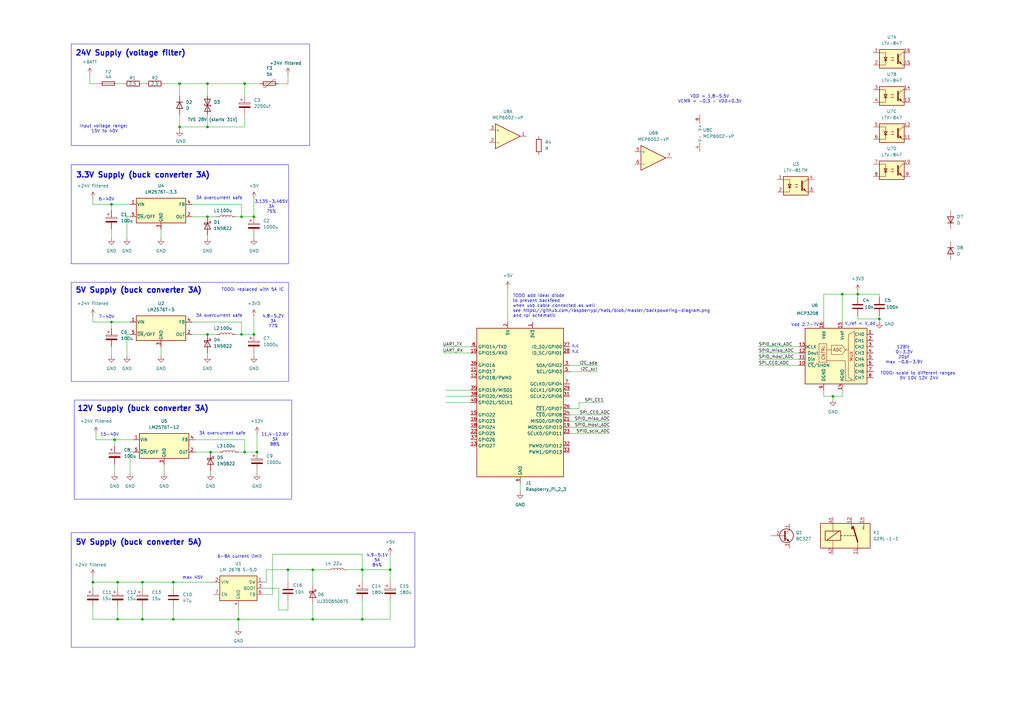
<source format=kicad_sch>
(kicad_sch
	(version 20231120)
	(generator "eeschema")
	(generator_version "8.0")
	(uuid "af4d11a6-73e1-4c39-a25e-5fe7dfa07237")
	(paper "A3")
	
	(junction
		(at 45.72 132.08)
		(diameter 0)
		(color 0 0 0 0)
		(uuid "02b91f97-4160-4436-b90a-133fc9ed5e3e")
	)
	(junction
		(at 48.26 254)
		(diameter 0)
		(color 0 0 0 0)
		(uuid "04e54955-95ed-4070-adbb-7cee1b2c7a8b")
	)
	(junction
		(at 71.12 238.76)
		(diameter 0)
		(color 0 0 0 0)
		(uuid "105d8991-ac05-4276-b194-5060bc474cf0")
	)
	(junction
		(at 104.14 137.16)
		(diameter 0)
		(color 0 0 0 0)
		(uuid "19fa7565-156b-44a0-8c47-0cc6780c43d1")
	)
	(junction
		(at 85.09 34.29)
		(diameter 0)
		(color 0 0 0 0)
		(uuid "2282d3fb-0d49-4956-ac9d-5d65f12a26a9")
	)
	(junction
		(at 128.27 233.68)
		(diameter 0)
		(color 0 0 0 0)
		(uuid "28045595-b22a-4b06-9953-9f52298bbfc3")
	)
	(junction
		(at 341.63 162.56)
		(diameter 0)
		(color 0 0 0 0)
		(uuid "305b0609-1ce9-4297-b1f0-74fc85171eee")
	)
	(junction
		(at 48.26 238.76)
		(diameter 0)
		(color 0 0 0 0)
		(uuid "383ef42e-22d7-43b3-89d3-2af42737728c")
	)
	(junction
		(at 58.42 238.76)
		(diameter 0)
		(color 0 0 0 0)
		(uuid "422bc740-9691-4697-b466-286d91cb40aa")
	)
	(junction
		(at 351.79 120.65)
		(diameter 0)
		(color 0 0 0 0)
		(uuid "42f8f2a2-d4f1-4f85-a7f3-af76fd15f334")
	)
	(junction
		(at 71.12 254)
		(diameter 0)
		(color 0 0 0 0)
		(uuid "548e2dfb-04f2-4d21-ab49-d803782e4bea")
	)
	(junction
		(at 105.41 185.42)
		(diameter 0)
		(color 0 0 0 0)
		(uuid "5b0eb3d4-c4be-4d9b-9e7b-ef02c7a05fa6")
	)
	(junction
		(at 104.14 88.9)
		(diameter 0)
		(color 0 0 0 0)
		(uuid "6030d6cb-547f-4627-bb7a-29b5d50e2d7c")
	)
	(junction
		(at 45.72 83.82)
		(diameter 0)
		(color 0 0 0 0)
		(uuid "61300700-7a6f-4cf0-89e3-de24251aaf76")
	)
	(junction
		(at 99.06 137.16)
		(diameter 0)
		(color 0 0 0 0)
		(uuid "66a809af-05bc-440a-b038-a59e78ba4d6a")
	)
	(junction
		(at 345.44 120.65)
		(diameter 0)
		(color 0 0 0 0)
		(uuid "71c80c36-cea0-487c-bcb3-ac90e6cf6909")
	)
	(junction
		(at 100.33 185.42)
		(diameter 0)
		(color 0 0 0 0)
		(uuid "72aa6fa5-05f9-4fb4-9b06-f61f0b76719e")
	)
	(junction
		(at 160.02 233.68)
		(diameter 0)
		(color 0 0 0 0)
		(uuid "75c001cd-17a9-469a-b125-e6fab77c80b6")
	)
	(junction
		(at 73.66 52.07)
		(diameter 0)
		(color 0 0 0 0)
		(uuid "787a6eed-43d6-4010-9caf-dfc7614f8b7e")
	)
	(junction
		(at 360.68 130.81)
		(diameter 0)
		(color 0 0 0 0)
		(uuid "7b6a19d9-d84c-4ace-9ad2-e52657e5669a")
	)
	(junction
		(at 58.42 254)
		(diameter 0)
		(color 0 0 0 0)
		(uuid "8858408f-f194-4c4f-bd3d-5f79bdeb0f2d")
	)
	(junction
		(at 148.59 254)
		(diameter 0)
		(color 0 0 0 0)
		(uuid "89ab178e-a455-4ee1-9c37-6616d82dbbfd")
	)
	(junction
		(at 99.06 88.9)
		(diameter 0)
		(color 0 0 0 0)
		(uuid "8a14436b-3658-4869-9928-b6970ddfd0dd")
	)
	(junction
		(at 85.09 137.16)
		(diameter 0)
		(color 0 0 0 0)
		(uuid "958c6892-0c3e-4654-805a-c39ea68621b6")
	)
	(junction
		(at 46.99 180.34)
		(diameter 0)
		(color 0 0 0 0)
		(uuid "9ce26f46-c13d-457f-b7ea-3cb9a3964209")
	)
	(junction
		(at 148.59 233.68)
		(diameter 0)
		(color 0 0 0 0)
		(uuid "a1035066-f2bd-42c1-b35e-660253af95e6")
	)
	(junction
		(at 38.1 238.76)
		(diameter 0)
		(color 0 0 0 0)
		(uuid "a1588343-c251-454b-b53e-fff8eaaaa3ac")
	)
	(junction
		(at 128.27 254)
		(diameter 0)
		(color 0 0 0 0)
		(uuid "b129a554-6918-436f-b908-937c28939470")
	)
	(junction
		(at 86.36 185.42)
		(diameter 0)
		(color 0 0 0 0)
		(uuid "b75be159-2e10-4f46-b206-2354b78b9157")
	)
	(junction
		(at 85.09 88.9)
		(diameter 0)
		(color 0 0 0 0)
		(uuid "bcb07714-ac5e-4281-b3c3-552386782e56")
	)
	(junction
		(at 73.66 34.29)
		(diameter 0)
		(color 0 0 0 0)
		(uuid "d2fd5f5d-338a-4722-b4a0-b1eecd883f28")
	)
	(junction
		(at 100.33 34.29)
		(diameter 0)
		(color 0 0 0 0)
		(uuid "d4d801b9-c672-4d6c-acd1-0513ef63a985")
	)
	(junction
		(at 85.09 52.07)
		(diameter 0)
		(color 0 0 0 0)
		(uuid "e7010d28-bd88-4654-aa85-6910d986f363")
	)
	(junction
		(at 118.11 233.68)
		(diameter 0)
		(color 0 0 0 0)
		(uuid "e70a65f8-f7a2-47ed-978c-48ab0ab55eb7")
	)
	(junction
		(at 97.79 254)
		(diameter 0)
		(color 0 0 0 0)
		(uuid "f74be3ca-6702-47ef-b237-4f888ce46f38")
	)
	(wire
		(pts
			(xy 360.68 129.54) (xy 360.68 130.81)
		)
		(stroke
			(width 0)
			(type default)
		)
		(uuid "0054231e-6c1c-4b62-a261-da803b448710")
	)
	(wire
		(pts
			(xy 99.06 132.08) (xy 99.06 137.16)
		)
		(stroke
			(width 0)
			(type default)
		)
		(uuid "01ca9166-81e8-424d-9470-bcc78386225c")
	)
	(wire
		(pts
			(xy 128.27 247.65) (xy 128.27 254)
		)
		(stroke
			(width 0)
			(type default)
		)
		(uuid "056eeaf6-cef0-4a15-9aa0-a138145aa6e3")
	)
	(wire
		(pts
			(xy 337.82 132.08) (xy 337.82 120.65)
		)
		(stroke
			(width 0)
			(type default)
		)
		(uuid "05c7cccb-cca5-4623-97c8-040d9b4df307")
	)
	(wire
		(pts
			(xy 45.72 83.82) (xy 53.34 83.82)
		)
		(stroke
			(width 0)
			(type default)
		)
		(uuid "062e080a-8aeb-47cc-970e-09456cd360cd")
	)
	(wire
		(pts
			(xy 99.06 137.16) (xy 104.14 137.16)
		)
		(stroke
			(width 0)
			(type default)
		)
		(uuid "07256104-023d-4255-8c20-df93047948f0")
	)
	(wire
		(pts
			(xy 52.07 97.79) (xy 52.07 88.9)
		)
		(stroke
			(width 0)
			(type default)
		)
		(uuid "096d85b4-5d51-44af-82ba-979fa750f17a")
	)
	(wire
		(pts
			(xy 38.1 132.08) (xy 45.72 132.08)
		)
		(stroke
			(width 0)
			(type default)
		)
		(uuid "0bfc7bbd-cd5b-483f-a04c-b544a47c8d22")
	)
	(wire
		(pts
			(xy 148.59 233.68) (xy 148.59 238.76)
		)
		(stroke
			(width 0)
			(type default)
		)
		(uuid "10545d38-a86d-4f4b-9d61-a90e5b83a28b")
	)
	(wire
		(pts
			(xy 52.07 137.16) (xy 53.34 137.16)
		)
		(stroke
			(width 0)
			(type default)
		)
		(uuid "10ab8a7d-fbee-46ba-a5bb-9a81abe7862d")
	)
	(wire
		(pts
			(xy 148.59 233.68) (xy 160.02 233.68)
		)
		(stroke
			(width 0)
			(type default)
		)
		(uuid "11050421-263c-408e-9ff9-8d4704e38685")
	)
	(wire
		(pts
			(xy 105.41 193.04) (xy 105.41 194.31)
		)
		(stroke
			(width 0)
			(type default)
		)
		(uuid "125a7d11-0e70-4fc2-ad30-a60c78e9f5a4")
	)
	(wire
		(pts
			(xy 160.02 246.38) (xy 160.02 254)
		)
		(stroke
			(width 0)
			(type default)
		)
		(uuid "137c88a4-e84c-4de9-8e08-42b4620e394d")
	)
	(wire
		(pts
			(xy 73.66 34.29) (xy 73.66 39.37)
		)
		(stroke
			(width 0)
			(type default)
		)
		(uuid "147be2c8-821e-4c84-a2e1-06b7f4973251")
	)
	(wire
		(pts
			(xy 351.79 130.81) (xy 360.68 130.81)
		)
		(stroke
			(width 0)
			(type default)
		)
		(uuid "14e2a1f5-5ec8-44d4-8c05-ee4cab2bd0fb")
	)
	(wire
		(pts
			(xy 85.09 88.9) (xy 88.9 88.9)
		)
		(stroke
			(width 0)
			(type default)
		)
		(uuid "1bc6767a-124e-4752-8da3-4dc2026b8aff")
	)
	(wire
		(pts
			(xy 71.12 254) (xy 97.79 254)
		)
		(stroke
			(width 0)
			(type default)
		)
		(uuid "1dfeaed5-ce45-412c-9536-200b58c4cd88")
	)
	(wire
		(pts
			(xy 142.24 233.68) (xy 148.59 233.68)
		)
		(stroke
			(width 0)
			(type default)
		)
		(uuid "1f119b6d-bc5c-43a6-876e-2006a604c4da")
	)
	(wire
		(pts
			(xy 237.49 167.64) (xy 233.68 167.64)
		)
		(stroke
			(width 0)
			(type default)
		)
		(uuid "22e97819-a6d0-42f4-ad06-306f4c674859")
	)
	(wire
		(pts
			(xy 233.68 170.18) (xy 250.19 170.18)
		)
		(stroke
			(width 0)
			(type default)
		)
		(uuid "2330e7e8-7d64-45ff-b9eb-3aa21e7252c6")
	)
	(wire
		(pts
			(xy 73.66 52.07) (xy 73.66 53.34)
		)
		(stroke
			(width 0)
			(type default)
		)
		(uuid "2392f8de-64ca-4ad2-9c50-6ad45435e202")
	)
	(wire
		(pts
			(xy 39.37 177.8) (xy 39.37 180.34)
		)
		(stroke
			(width 0)
			(type default)
		)
		(uuid "24166ed3-6929-44e1-9f43-dca2d382cd8b")
	)
	(wire
		(pts
			(xy 45.72 142.24) (xy 45.72 146.05)
		)
		(stroke
			(width 0)
			(type default)
		)
		(uuid "25563c05-4960-48f1-9542-466177ba2813")
	)
	(wire
		(pts
			(xy 86.36 185.42) (xy 80.01 185.42)
		)
		(stroke
			(width 0)
			(type default)
		)
		(uuid "2914a31e-5344-4d8c-8336-baf7ef768326")
	)
	(wire
		(pts
			(xy 341.63 162.56) (xy 345.44 162.56)
		)
		(stroke
			(width 0)
			(type default)
		)
		(uuid "2b9ccaa2-a7a6-40a8-9a8d-c15a845f981b")
	)
	(wire
		(pts
			(xy 213.36 198.12) (xy 213.36 201.93)
		)
		(stroke
			(width 0)
			(type default)
		)
		(uuid "2da67416-80ed-41f3-b8a4-d331451071aa")
	)
	(wire
		(pts
			(xy 237.49 165.1) (xy 237.49 167.64)
		)
		(stroke
			(width 0)
			(type default)
		)
		(uuid "2de6cee3-ba04-44f6-b491-492d4c257dd1")
	)
	(wire
		(pts
			(xy 208.28 118.11) (xy 208.28 132.08)
		)
		(stroke
			(width 0)
			(type default)
		)
		(uuid "2fa17a05-f7bb-4829-912f-a6d673135030")
	)
	(wire
		(pts
			(xy 36.83 30.48) (xy 36.83 34.29)
		)
		(stroke
			(width 0)
			(type default)
		)
		(uuid "312b9e9d-f3c5-4818-bb2f-e49c1b9b26ee")
	)
	(wire
		(pts
			(xy 85.09 137.16) (xy 88.9 137.16)
		)
		(stroke
			(width 0)
			(type default)
		)
		(uuid "323c1ce0-07a1-43b2-8d5f-c056d5fcd21f")
	)
	(wire
		(pts
			(xy 96.52 88.9) (xy 99.06 88.9)
		)
		(stroke
			(width 0)
			(type default)
		)
		(uuid "36dbf9b2-129d-45ef-8f18-f4ffca4a34c3")
	)
	(wire
		(pts
			(xy 58.42 254) (xy 71.12 254)
		)
		(stroke
			(width 0)
			(type default)
		)
		(uuid "36ef0f3d-5f82-4fe4-8ac0-634b6aca89f0")
	)
	(wire
		(pts
			(xy 182.88 165.1) (xy 193.04 165.1)
		)
		(stroke
			(width 0)
			(type default)
		)
		(uuid "3aeea25b-b526-4c4c-9a14-20971d742727")
	)
	(wire
		(pts
			(xy 118.11 233.68) (xy 118.11 238.76)
		)
		(stroke
			(width 0)
			(type default)
		)
		(uuid "3b26056a-2205-47a2-9f40-f9697f046f04")
	)
	(wire
		(pts
			(xy 160.02 254) (xy 148.59 254)
		)
		(stroke
			(width 0)
			(type default)
		)
		(uuid "3b57c002-7cfd-4b01-9bd0-a9063c7de990")
	)
	(wire
		(pts
			(xy 58.42 248.92) (xy 58.42 254)
		)
		(stroke
			(width 0)
			(type default)
		)
		(uuid "3da092b2-3579-44ee-9f1a-7dc736839416")
	)
	(wire
		(pts
			(xy 38.1 238.76) (xy 38.1 241.3)
		)
		(stroke
			(width 0)
			(type default)
		)
		(uuid "3ddbeb86-f388-4c89-98ea-a9e4b08c0699")
	)
	(wire
		(pts
			(xy 52.07 88.9) (xy 53.34 88.9)
		)
		(stroke
			(width 0)
			(type default)
		)
		(uuid "3e60e431-84f1-436a-99fb-f0196e89bcf0")
	)
	(wire
		(pts
			(xy 86.36 185.42) (xy 90.17 185.42)
		)
		(stroke
			(width 0)
			(type default)
		)
		(uuid "41dd684b-b2cf-4918-b2fa-e24af5a96c31")
	)
	(wire
		(pts
			(xy 46.99 180.34) (xy 46.99 182.88)
		)
		(stroke
			(width 0)
			(type default)
		)
		(uuid "429f31e6-9c15-47fc-a53a-661ec52f4c31")
	)
	(wire
		(pts
			(xy 45.72 83.82) (xy 45.72 86.36)
		)
		(stroke
			(width 0)
			(type default)
		)
		(uuid "434d52f6-e61e-4de2-b8c2-9f723a35bb15")
	)
	(wire
		(pts
			(xy 311.15 149.86) (xy 327.66 149.86)
		)
		(stroke
			(width 0)
			(type default)
		)
		(uuid "439b5d91-a7ed-4297-80f9-6f243928e7d6")
	)
	(wire
		(pts
			(xy 78.74 83.82) (xy 99.06 83.82)
		)
		(stroke
			(width 0)
			(type default)
		)
		(uuid "4510b88a-d309-41e9-911e-7f21f2747429")
	)
	(wire
		(pts
			(xy 48.26 254) (xy 58.42 254)
		)
		(stroke
			(width 0)
			(type default)
		)
		(uuid "468496be-f6d5-4b2a-8683-92086b6bba44")
	)
	(wire
		(pts
			(xy 100.33 185.42) (xy 105.41 185.42)
		)
		(stroke
			(width 0)
			(type default)
		)
		(uuid "473017ac-7304-423f-b665-624cbeb6b71f")
	)
	(wire
		(pts
			(xy 111.76 227.33) (xy 148.59 227.33)
		)
		(stroke
			(width 0)
			(type default)
		)
		(uuid "474c21aa-9d8b-4fd6-bf84-0695257ad4e8")
	)
	(wire
		(pts
			(xy 104.14 81.28) (xy 104.14 88.9)
		)
		(stroke
			(width 0)
			(type default)
		)
		(uuid "4845c6d1-f452-4f8f-bc04-1edb892ce074")
	)
	(wire
		(pts
			(xy 53.34 185.42) (xy 54.61 185.42)
		)
		(stroke
			(width 0)
			(type default)
		)
		(uuid "4a7a45aa-aba5-4f43-b850-2f12eeae7e82")
	)
	(wire
		(pts
			(xy 100.33 180.34) (xy 100.33 185.42)
		)
		(stroke
			(width 0)
			(type default)
		)
		(uuid "4cbf875e-58ed-4cd6-b772-5671b7f28ceb")
	)
	(wire
		(pts
			(xy 99.06 83.82) (xy 99.06 88.9)
		)
		(stroke
			(width 0)
			(type default)
		)
		(uuid "4f6bdeb1-d680-488b-93e0-aa0268270cd6")
	)
	(wire
		(pts
			(xy 100.33 52.07) (xy 85.09 52.07)
		)
		(stroke
			(width 0)
			(type default)
		)
		(uuid "56f0d9b1-9d6d-4e01-aedc-54a4472ee2d9")
	)
	(wire
		(pts
			(xy 345.44 162.56) (xy 345.44 160.02)
		)
		(stroke
			(width 0)
			(type default)
		)
		(uuid "5d82d160-16aa-45f6-b921-af143ee44199")
	)
	(wire
		(pts
			(xy 100.33 34.29) (xy 85.09 34.29)
		)
		(stroke
			(width 0)
			(type default)
		)
		(uuid "5e8d45af-85e0-4c84-bd68-9d6bc4a81647")
	)
	(wire
		(pts
			(xy 182.88 160.02) (xy 193.04 160.02)
		)
		(stroke
			(width 0)
			(type default)
		)
		(uuid "5f717f21-8a39-40cb-bfd6-47b6f7bff7f3")
	)
	(wire
		(pts
			(xy 39.37 180.34) (xy 46.99 180.34)
		)
		(stroke
			(width 0)
			(type default)
		)
		(uuid "5fb9a5e9-0057-4256-900a-cd3e2c2bea7d")
	)
	(wire
		(pts
			(xy 311.15 147.32) (xy 327.66 147.32)
		)
		(stroke
			(width 0)
			(type default)
		)
		(uuid "5ff6e0c1-159c-4d42-b729-b5c1b4457f90")
	)
	(wire
		(pts
			(xy 73.66 52.07) (xy 73.66 46.99)
		)
		(stroke
			(width 0)
			(type default)
		)
		(uuid "60f0e541-5399-4984-91a7-0fa8a43fa9b6")
	)
	(wire
		(pts
			(xy 38.1 129.54) (xy 38.1 132.08)
		)
		(stroke
			(width 0)
			(type default)
		)
		(uuid "614b776b-8bfc-4e3b-a45d-48e11c5c12e8")
	)
	(wire
		(pts
			(xy 78.74 132.08) (xy 99.06 132.08)
		)
		(stroke
			(width 0)
			(type default)
		)
		(uuid "6248db3d-2fe6-4fbb-971c-f4021495eb21")
	)
	(wire
		(pts
			(xy 311.15 144.78) (xy 327.66 144.78)
		)
		(stroke
			(width 0)
			(type default)
		)
		(uuid "62a6df1b-8dd1-4edc-8471-80392c13b446")
	)
	(wire
		(pts
			(xy 66.04 93.98) (xy 66.04 97.79)
		)
		(stroke
			(width 0)
			(type default)
		)
		(uuid "62ad0d9d-5a30-44d3-a30a-cf86f42cb053")
	)
	(wire
		(pts
			(xy 58.42 238.76) (xy 58.42 241.3)
		)
		(stroke
			(width 0)
			(type default)
		)
		(uuid "7496c071-630d-4908-a9f5-9bb6cc63ee10")
	)
	(wire
		(pts
			(xy 109.22 233.68) (xy 118.11 233.68)
		)
		(stroke
			(width 0)
			(type default)
		)
		(uuid "76d9ac2e-59ae-4d69-85c2-3c211bf67751")
	)
	(wire
		(pts
			(xy 128.27 233.68) (xy 128.27 240.03)
		)
		(stroke
			(width 0)
			(type default)
		)
		(uuid "7bf1ff28-f10c-4a13-ab42-a45d9fdf1411")
	)
	(wire
		(pts
			(xy 181.61 144.78) (xy 193.04 144.78)
		)
		(stroke
			(width 0)
			(type default)
		)
		(uuid "7e17f238-06a7-4bc6-aa76-9c90a153f069")
	)
	(wire
		(pts
			(xy 128.27 233.68) (xy 134.62 233.68)
		)
		(stroke
			(width 0)
			(type default)
		)
		(uuid "81409d42-8c41-4804-9622-e9aa0da92cc7")
	)
	(wire
		(pts
			(xy 58.42 238.76) (xy 71.12 238.76)
		)
		(stroke
			(width 0)
			(type default)
		)
		(uuid "81fe2650-43bf-41ec-9820-6e8814d178f6")
	)
	(wire
		(pts
			(xy 52.07 146.05) (xy 52.07 137.16)
		)
		(stroke
			(width 0)
			(type default)
		)
		(uuid "89dede26-c51f-4418-b5da-51611eeb5937")
	)
	(wire
		(pts
			(xy 341.63 162.56) (xy 341.63 163.83)
		)
		(stroke
			(width 0)
			(type default)
		)
		(uuid "8b295985-697b-4e54-b988-aa03feee329c")
	)
	(wire
		(pts
			(xy 160.02 227.33) (xy 160.02 233.68)
		)
		(stroke
			(width 0)
			(type default)
		)
		(uuid "8b6b58ee-7f0f-4711-a91d-f8981a9ba4a2")
	)
	(wire
		(pts
			(xy 109.22 238.76) (xy 109.22 233.68)
		)
		(stroke
			(width 0)
			(type default)
		)
		(uuid "8c0a5ecd-ebf2-49ba-b722-c7034fc257dd")
	)
	(wire
		(pts
			(xy 45.72 132.08) (xy 53.34 132.08)
		)
		(stroke
			(width 0)
			(type default)
		)
		(uuid "8c68fa22-04d9-48c6-89e3-2e75ba46584f")
	)
	(wire
		(pts
			(xy 97.79 257.81) (xy 97.79 254)
		)
		(stroke
			(width 0)
			(type default)
		)
		(uuid "8c97eea2-3569-462e-bf3b-5c5b217ac3c1")
	)
	(wire
		(pts
			(xy 85.09 88.9) (xy 78.74 88.9)
		)
		(stroke
			(width 0)
			(type default)
		)
		(uuid "8e0c42c5-2d09-4aa0-a3a0-b6ce6927857c")
	)
	(wire
		(pts
			(xy 360.68 121.92) (xy 360.68 120.65)
		)
		(stroke
			(width 0)
			(type default)
		)
		(uuid "8e578f2d-5a31-421e-b68c-88010e2f6c21")
	)
	(wire
		(pts
			(xy 118.11 246.38) (xy 118.11 250.19)
		)
		(stroke
			(width 0)
			(type default)
		)
		(uuid "8e82148f-aabc-4a00-9d16-f2e997be8705")
	)
	(wire
		(pts
			(xy 38.1 248.92) (xy 38.1 254)
		)
		(stroke
			(width 0)
			(type default)
		)
		(uuid "8f495aaf-b866-4427-a55f-3e59d681e044")
	)
	(wire
		(pts
			(xy 38.1 81.28) (xy 38.1 83.82)
		)
		(stroke
			(width 0)
			(type default)
		)
		(uuid "90aac51b-a5d9-4680-a743-84a6a5e29405")
	)
	(wire
		(pts
			(xy 85.09 96.52) (xy 85.09 97.79)
		)
		(stroke
			(width 0)
			(type default)
		)
		(uuid "944f9c07-2b0d-412b-9564-60b2b38c97e3")
	)
	(wire
		(pts
			(xy 114.3 241.3) (xy 114.3 250.19)
		)
		(stroke
			(width 0)
			(type default)
		)
		(uuid "94c2b044-c474-4065-8fab-dddafaf5a898")
	)
	(wire
		(pts
			(xy 38.1 238.76) (xy 48.26 238.76)
		)
		(stroke
			(width 0)
			(type default)
		)
		(uuid "978f2c26-8e0d-4074-ac17-bab4df7a37b2")
	)
	(wire
		(pts
			(xy 99.06 88.9) (xy 104.14 88.9)
		)
		(stroke
			(width 0)
			(type default)
		)
		(uuid "98ce1a49-1dca-49d0-a02d-f24fc659ee09")
	)
	(wire
		(pts
			(xy 97.79 254) (xy 128.27 254)
		)
		(stroke
			(width 0)
			(type default)
		)
		(uuid "9a0929da-3b2c-4e88-ba51-aa6397bfa30b")
	)
	(wire
		(pts
			(xy 53.34 194.31) (xy 53.34 185.42)
		)
		(stroke
			(width 0)
			(type default)
		)
		(uuid "9b88ee9e-0513-4ff7-90dc-b5e42c65b0de")
	)
	(wire
		(pts
			(xy 148.59 227.33) (xy 148.59 233.68)
		)
		(stroke
			(width 0)
			(type default)
		)
		(uuid "9b94fa38-a9c1-4ba3-9514-8fd9cad3638d")
	)
	(wire
		(pts
			(xy 45.72 132.08) (xy 45.72 134.62)
		)
		(stroke
			(width 0)
			(type default)
		)
		(uuid "9c151eb7-cdf3-45ae-bb4e-a9505de225cf")
	)
	(wire
		(pts
			(xy 181.61 142.24) (xy 193.04 142.24)
		)
		(stroke
			(width 0)
			(type default)
		)
		(uuid "9f91aa20-2831-42e4-bfd0-100517a4a129")
	)
	(wire
		(pts
			(xy 345.44 120.65) (xy 351.79 120.65)
		)
		(stroke
			(width 0)
			(type default)
		)
		(uuid "a041d4bc-d088-4671-8c63-7c57a7d4e9a0")
	)
	(wire
		(pts
			(xy 360.68 120.65) (xy 351.79 120.65)
		)
		(stroke
			(width 0)
			(type default)
		)
		(uuid "a05929a2-7b4e-4e9d-a6c5-2501be26f673")
	)
	(wire
		(pts
			(xy 71.12 238.76) (xy 71.12 241.3)
		)
		(stroke
			(width 0)
			(type default)
		)
		(uuid "a33a3d56-5851-43e0-9e2a-59479c3c6489")
	)
	(wire
		(pts
			(xy 345.44 132.08) (xy 345.44 120.65)
		)
		(stroke
			(width 0)
			(type default)
		)
		(uuid "a5ca6870-5682-46ab-aa32-e563ee226ca6")
	)
	(wire
		(pts
			(xy 67.31 34.29) (xy 73.66 34.29)
		)
		(stroke
			(width 0)
			(type default)
		)
		(uuid "a60be355-6080-4e5e-9e5b-c6566d082f7f")
	)
	(wire
		(pts
			(xy 160.02 233.68) (xy 160.02 238.76)
		)
		(stroke
			(width 0)
			(type default)
		)
		(uuid "aa9de745-7742-4250-86ae-aa748385b2fa")
	)
	(wire
		(pts
			(xy 67.31 190.5) (xy 67.31 194.31)
		)
		(stroke
			(width 0)
			(type default)
		)
		(uuid "ac86c533-7fe6-445e-b805-c2ca09ca2c2b")
	)
	(wire
		(pts
			(xy 96.52 137.16) (xy 99.06 137.16)
		)
		(stroke
			(width 0)
			(type default)
		)
		(uuid "af7f2c8b-1c9d-41b7-8a09-e04dbcd29f7a")
	)
	(wire
		(pts
			(xy 58.42 34.29) (xy 59.69 34.29)
		)
		(stroke
			(width 0)
			(type default)
		)
		(uuid "af854269-8a6e-43c6-839b-0bf78683e673")
	)
	(wire
		(pts
			(xy 100.33 34.29) (xy 100.33 39.37)
		)
		(stroke
			(width 0)
			(type default)
		)
		(uuid "afab82bf-5d7f-4c24-bd61-b61648646a39")
	)
	(wire
		(pts
			(xy 71.12 238.76) (xy 87.63 238.76)
		)
		(stroke
			(width 0)
			(type default)
		)
		(uuid "b16cedaf-555e-4255-9fd0-93849a6a6ba3")
	)
	(wire
		(pts
			(xy 85.09 34.29) (xy 85.09 39.37)
		)
		(stroke
			(width 0)
			(type default)
		)
		(uuid "b23e3fbd-ec7b-4664-aceb-eeed23c79856")
	)
	(wire
		(pts
			(xy 85.09 144.78) (xy 85.09 146.05)
		)
		(stroke
			(width 0)
			(type default)
		)
		(uuid "b56e76cf-46af-44dc-b527-1aa8360ab44c")
	)
	(wire
		(pts
			(xy 148.59 246.38) (xy 148.59 254)
		)
		(stroke
			(width 0)
			(type default)
		)
		(uuid "b71360d9-1be0-4bbb-905a-2405f9e2ed22")
	)
	(wire
		(pts
			(xy 85.09 137.16) (xy 78.74 137.16)
		)
		(stroke
			(width 0)
			(type default)
		)
		(uuid "bb679c07-5fac-4b11-bd31-c77ed78f346c")
	)
	(wire
		(pts
			(xy 109.22 238.76) (xy 107.95 238.76)
		)
		(stroke
			(width 0)
			(type default)
		)
		(uuid "bb8e8fc3-c8bd-41be-8af8-f701a6c5fbec")
	)
	(wire
		(pts
			(xy 114.3 250.19) (xy 118.11 250.19)
		)
		(stroke
			(width 0)
			(type default)
		)
		(uuid "bbec268c-370e-4cef-9e1a-401ba1aa98fb")
	)
	(wire
		(pts
			(xy 100.33 46.99) (xy 100.33 52.07)
		)
		(stroke
			(width 0)
			(type default)
		)
		(uuid "bd2610f6-7460-428e-ae27-7dd291b14793")
	)
	(wire
		(pts
			(xy 36.83 34.29) (xy 40.64 34.29)
		)
		(stroke
			(width 0)
			(type default)
		)
		(uuid "be440581-8561-4329-9d49-44a5d4a98797")
	)
	(wire
		(pts
			(xy 85.09 46.99) (xy 85.09 52.07)
		)
		(stroke
			(width 0)
			(type default)
		)
		(uuid "beaf1111-e436-4df6-a4a1-1216c607bf22")
	)
	(wire
		(pts
			(xy 86.36 193.04) (xy 86.36 194.31)
		)
		(stroke
			(width 0)
			(type default)
		)
		(uuid "c160989b-ff48-4d2a-81c3-b652489d8b5e")
	)
	(wire
		(pts
			(xy 104.14 144.78) (xy 104.14 146.05)
		)
		(stroke
			(width 0)
			(type default)
		)
		(uuid "c181fe18-a106-41c9-8210-9f110553eee8")
	)
	(wire
		(pts
			(xy 360.68 132.08) (xy 360.68 130.81)
		)
		(stroke
			(width 0)
			(type default)
		)
		(uuid "c1e37612-331c-4b50-b090-0adfbd98bedb")
	)
	(wire
		(pts
			(xy 118.11 233.68) (xy 128.27 233.68)
		)
		(stroke
			(width 0)
			(type default)
		)
		(uuid "c2163b8b-a7c8-47ce-a0f0-b0af2f1349df")
	)
	(wire
		(pts
			(xy 38.1 236.22) (xy 38.1 238.76)
		)
		(stroke
			(width 0)
			(type default)
		)
		(uuid "c3af6744-a5f3-450f-a3cf-2549b7777ca7")
	)
	(wire
		(pts
			(xy 111.76 243.84) (xy 107.95 243.84)
		)
		(stroke
			(width 0)
			(type default)
		)
		(uuid "c3f2a10a-c778-460f-bb92-8996d10c47ef")
	)
	(wire
		(pts
			(xy 337.82 160.02) (xy 337.82 162.56)
		)
		(stroke
			(width 0)
			(type default)
		)
		(uuid "c4b58c36-2dab-4dc3-b7b7-4cbf9e86f986")
	)
	(wire
		(pts
			(xy 46.99 190.5) (xy 46.99 194.31)
		)
		(stroke
			(width 0)
			(type default)
		)
		(uuid "c6856db2-6ea0-484e-beb3-87af19a13d62")
	)
	(wire
		(pts
			(xy 48.26 248.92) (xy 48.26 254)
		)
		(stroke
			(width 0)
			(type default)
		)
		(uuid "c7f4a92b-812f-470c-9dc2-23f92e2c9f4d")
	)
	(wire
		(pts
			(xy 105.41 177.8) (xy 105.41 185.42)
		)
		(stroke
			(width 0)
			(type default)
		)
		(uuid "c88f41f6-0450-41a2-a24f-03643af19f28")
	)
	(wire
		(pts
			(xy 337.82 162.56) (xy 341.63 162.56)
		)
		(stroke
			(width 0)
			(type default)
		)
		(uuid "c8a9cf92-76d5-452a-882d-5dd70b3b5db9")
	)
	(wire
		(pts
			(xy 100.33 34.29) (xy 106.68 34.29)
		)
		(stroke
			(width 0)
			(type default)
		)
		(uuid "c9441c35-9654-4eb3-bb51-3c4a5cbdf13f")
	)
	(wire
		(pts
			(xy 233.68 175.26) (xy 250.19 175.26)
		)
		(stroke
			(width 0)
			(type default)
		)
		(uuid "ce9a2249-b744-4b02-9f01-d6e5399822ba")
	)
	(wire
		(pts
			(xy 66.04 142.24) (xy 66.04 146.05)
		)
		(stroke
			(width 0)
			(type default)
		)
		(uuid "cf4e845d-5c39-489b-a51c-8627e1b55bc8")
	)
	(wire
		(pts
			(xy 97.79 185.42) (xy 100.33 185.42)
		)
		(stroke
			(width 0)
			(type default)
		)
		(uuid "cff71e87-fed2-47da-b17c-abe9e644148b")
	)
	(wire
		(pts
			(xy 337.82 120.65) (xy 345.44 120.65)
		)
		(stroke
			(width 0)
			(type default)
		)
		(uuid "d0f1c559-bf87-4388-ab38-88cf72a9e2f6")
	)
	(wire
		(pts
			(xy 104.14 96.52) (xy 104.14 97.79)
		)
		(stroke
			(width 0)
			(type default)
		)
		(uuid "d55b80cf-a5d8-4998-ba63-abc35ad5e9ed")
	)
	(wire
		(pts
			(xy 233.68 172.72) (xy 250.19 172.72)
		)
		(stroke
			(width 0)
			(type default)
		)
		(uuid "d82965f5-73b5-4ac0-b2bd-5f26f2c38a1a")
	)
	(wire
		(pts
			(xy 80.01 180.34) (xy 100.33 180.34)
		)
		(stroke
			(width 0)
			(type default)
		)
		(uuid "d96d348c-1021-4efe-b42e-0394ca404d57")
	)
	(wire
		(pts
			(xy 45.72 93.98) (xy 45.72 97.79)
		)
		(stroke
			(width 0)
			(type default)
		)
		(uuid "da0beb15-188e-43fd-a7d0-8a798075a137")
	)
	(wire
		(pts
			(xy 351.79 129.54) (xy 351.79 130.81)
		)
		(stroke
			(width 0)
			(type default)
		)
		(uuid "da1492b2-6de7-4b52-bf18-820238af4ed3")
	)
	(wire
		(pts
			(xy 233.68 177.8) (xy 250.19 177.8)
		)
		(stroke
			(width 0)
			(type default)
		)
		(uuid "db7332fa-3d72-4a2c-a468-c01df6f365a2")
	)
	(wire
		(pts
			(xy 46.99 180.34) (xy 54.61 180.34)
		)
		(stroke
			(width 0)
			(type default)
		)
		(uuid "db8481b8-60df-4e65-ae11-668fe1eb6779")
	)
	(wire
		(pts
			(xy 233.68 149.86) (xy 245.11 149.86)
		)
		(stroke
			(width 0)
			(type default)
		)
		(uuid "e24d2902-ebb7-4e2f-b7fa-ec81e2d2e9d1")
	)
	(wire
		(pts
			(xy 118.11 30.48) (xy 118.11 34.29)
		)
		(stroke
			(width 0)
			(type default)
		)
		(uuid "e586aca9-561e-4dde-9118-708774137178")
	)
	(wire
		(pts
			(xy 114.3 34.29) (xy 118.11 34.29)
		)
		(stroke
			(width 0)
			(type default)
		)
		(uuid "e665c120-ffd3-4fe2-8adf-cf779a52d983")
	)
	(wire
		(pts
			(xy 48.26 34.29) (xy 50.8 34.29)
		)
		(stroke
			(width 0)
			(type default)
		)
		(uuid "e9985d04-1e18-4236-a89d-689082503f0c")
	)
	(wire
		(pts
			(xy 148.59 254) (xy 128.27 254)
		)
		(stroke
			(width 0)
			(type default)
		)
		(uuid "eb6321c8-ea0e-47db-b00f-dcc245614c39")
	)
	(wire
		(pts
			(xy 182.88 162.56) (xy 193.04 162.56)
		)
		(stroke
			(width 0)
			(type default)
		)
		(uuid "ec8b241a-a604-43de-a209-1d4ec7ef353c")
	)
	(wire
		(pts
			(xy 48.26 238.76) (xy 58.42 238.76)
		)
		(stroke
			(width 0)
			(type default)
		)
		(uuid "ecf4f5b7-af58-45b9-b181-4e473f345d0d")
	)
	(wire
		(pts
			(xy 351.79 120.65) (xy 351.79 121.92)
		)
		(stroke
			(width 0)
			(type default)
		)
		(uuid "ee257896-06e6-4402-9bb6-597fb929b431")
	)
	(wire
		(pts
			(xy 73.66 34.29) (xy 85.09 34.29)
		)
		(stroke
			(width 0)
			(type default)
		)
		(uuid "efb22ea6-3eaa-4346-a90b-204cca019cb4")
	)
	(wire
		(pts
			(xy 48.26 238.76) (xy 48.26 241.3)
		)
		(stroke
			(width 0)
			(type default)
		)
		(uuid "f0ced6d6-ae75-4958-b052-f77d74521737")
	)
	(wire
		(pts
			(xy 38.1 83.82) (xy 45.72 83.82)
		)
		(stroke
			(width 0)
			(type default)
		)
		(uuid "f1bd201c-80c3-417b-8acc-c861e0479417")
	)
	(wire
		(pts
			(xy 233.68 152.4) (xy 245.11 152.4)
		)
		(stroke
			(width 0)
			(type default)
		)
		(uuid "f3bd608c-5e31-4da6-9b58-c3a99c7c8108")
	)
	(wire
		(pts
			(xy 351.79 119.38) (xy 351.79 120.65)
		)
		(stroke
			(width 0)
			(type default)
		)
		(uuid "f46951f0-1e38-4bdb-a5ea-b1a9b1c1f5a8")
	)
	(wire
		(pts
			(xy 71.12 248.92) (xy 71.12 254)
		)
		(stroke
			(width 0)
			(type default)
		)
		(uuid "f50c27ce-9c0d-4161-aca0-5afb3f050ae8")
	)
	(wire
		(pts
			(xy 73.66 52.07) (xy 85.09 52.07)
		)
		(stroke
			(width 0)
			(type default)
		)
		(uuid "f64c4379-9553-4746-8c0a-e2a210e62c0b")
	)
	(wire
		(pts
			(xy 311.15 142.24) (xy 327.66 142.24)
		)
		(stroke
			(width 0)
			(type default)
		)
		(uuid "f9417c0e-7c5f-48b7-aa0a-337ac9ecbb61")
	)
	(wire
		(pts
			(xy 97.79 254) (xy 97.79 248.92)
		)
		(stroke
			(width 0)
			(type default)
		)
		(uuid "f96414a0-418f-4e8a-af61-d68c1801a504")
	)
	(wire
		(pts
			(xy 237.49 165.1) (xy 247.65 165.1)
		)
		(stroke
			(width 0)
			(type default)
		)
		(uuid "f9f64359-762f-4ff8-bd4a-2f69068126a8")
	)
	(wire
		(pts
			(xy 38.1 254) (xy 48.26 254)
		)
		(stroke
			(width 0)
			(type default)
		)
		(uuid "fc63f2b2-1919-4cd7-ad62-c8413ed1aac5")
	)
	(wire
		(pts
			(xy 111.76 227.33) (xy 111.76 243.84)
		)
		(stroke
			(width 0)
			(type default)
		)
		(uuid "fd10dbd3-3ba8-44c8-82c7-8810004c3272")
	)
	(wire
		(pts
			(xy 104.14 129.54) (xy 104.14 137.16)
		)
		(stroke
			(width 0)
			(type default)
		)
		(uuid "fdb2a886-a25f-4b92-ba6c-5760b9075e80")
	)
	(wire
		(pts
			(xy 107.95 241.3) (xy 114.3 241.3)
		)
		(stroke
			(width 0)
			(type default)
		)
		(uuid "ff2f89d7-9f86-4f87-b128-69e2df60b478")
	)
	(rectangle
		(start 29.21 218.44)
		(end 170.18 265.43)
		(stroke
			(width 0)
			(type default)
		)
		(fill
			(type none)
		)
		(uuid 0d26707c-2f19-4905-8113-302fcb321ad3)
	)
	(rectangle
		(start 30.48 164.084)
		(end 119.634 204.724)
		(stroke
			(width 0)
			(type default)
		)
		(fill
			(type none)
		)
		(uuid 40456d9c-6f86-4a0f-814d-7766df5d55ee)
	)
	(rectangle
		(start 29.21 67.564)
		(end 118.364 108.204)
		(stroke
			(width 0)
			(type default)
		)
		(fill
			(type none)
		)
		(uuid 9a112303-1ebf-4358-ad46-1f711cb5ed6e)
	)
	(rectangle
		(start 29.21 115.824)
		(end 118.364 156.464)
		(stroke
			(width 0)
			(type default)
		)
		(fill
			(type none)
		)
		(uuid b8cf640b-3f13-49da-a86e-6e260737238e)
	)
	(rectangle
		(start 29.21 18.034)
		(end 127 59.69)
		(stroke
			(width 0)
			(type default)
		)
		(fill
			(type none)
		)
		(uuid f3585605-a8b3-49f6-95f7-93ae6cd30cca)
	)
	(text "TODO: scale to different ranges \n5V 10V 12V 24V"
		(exclude_from_sim no)
		(at 376.936 154.178 0)
		(effects
			(font
				(size 1.27 1.27)
			)
		)
		(uuid "0412b528-96b0-4f24-971b-5b3edb1068f0")
	)
	(text "TODO: replaced with 5A IC"
		(exclude_from_sim no)
		(at 103.632 118.872 0)
		(effects
			(font
				(size 1.27 1.27)
			)
		)
		(uuid "090863ad-d4ca-42b8-8af2-f467063f0d85")
	)
	(text "3A overcurrent safe"
		(exclude_from_sim no)
		(at 89.916 129.54 0)
		(effects
			(font
				(size 1.27 1.27)
			)
		)
		(uuid "107ec058-56d8-4400-b50f-cbd8cb7c9b79")
	)
	(text "5V Supply (buck converter 3A)"
		(exclude_from_sim no)
		(at 56.896 119.126 0)
		(effects
			(font
				(size 2.2 2.2)
				(thickness 0.44)
				(bold yes)
			)
		)
		(uuid "1579db64-83e6-473d-bce0-2e447c654ee3")
	)
	(text "3A overcurrent safe"
		(exclude_from_sim no)
		(at 89.916 81.28 0)
		(effects
			(font
				(size 1.27 1.27)
			)
		)
		(uuid "20c23477-c20d-47e3-b6c8-0d4525eac166")
	)
	(text "4.8-5.2V\n3A\n77%"
		(exclude_from_sim no)
		(at 112.014 131.826 0)
		(effects
			(font
				(size 1.27 1.27)
			)
		)
		(uuid "2b2c94af-46a3-4bc7-b63b-ba47f5ffbced")
	)
	(text "7-40V"
		(exclude_from_sim no)
		(at 43.688 130.048 0)
		(effects
			(font
				(size 1.27 1.27)
			)
		)
		(uuid "2f4abc42-f58b-4c8f-8ae9-9feecc0409c6")
	)
	(text "5V Supply (buck converter 5A)"
		(exclude_from_sim no)
		(at 56.896 222.504 0)
		(effects
			(font
				(size 2.2 2.2)
				(thickness 0.44)
				(bold yes)
			)
		)
		(uuid "49105fe6-998c-4f2e-b6d2-34fe4dad3990")
	)
	(text "max 45V"
		(exclude_from_sim no)
		(at 78.994 236.982 0)
		(effects
			(font
				(size 1.27 1.27)
			)
		)
		(uuid "51a958d5-a43c-4c74-b070-63fefe820c93")
	)
	(text "3.135-3.465V\n3A\n75%"
		(exclude_from_sim no)
		(at 111.252 84.836 0)
		(effects
			(font
				(size 1.27 1.27)
			)
		)
		(uuid "5b738c3c-55f0-4c9f-8610-263b8a8bcc03")
	)
	(text "n.c"
		(exclude_from_sim no)
		(at 235.966 141.986 0)
		(effects
			(font
				(size 1.27 1.27)
			)
		)
		(uuid "6556a819-dc3c-4ccc-9d6d-1f05f9fab661")
	)
	(text "6-40V"
		(exclude_from_sim no)
		(at 43.688 81.788 0)
		(effects
			(font
				(size 1.27 1.27)
			)
		)
		(uuid "6eb58674-ebee-4732-974d-22fef0714258")
	)
	(text "11.4-12.6V\n3A\n88%"
		(exclude_from_sim no)
		(at 112.776 180.34 0)
		(effects
			(font
				(size 1.27 1.27)
			)
		)
		(uuid "763ea4ca-2673-4dba-8dd6-6ae90475b5e9")
	)
	(text "Scale 5V to 3.3V:\n  A = 1 + R1/R2\n  5V/3.3V - 1 = 0.5151\n    -> R2/R1 = 1.941"
		(exclude_from_sim no)
		(at 469.9 123.19 0)
		(effects
			(font
				(size 1.27 1.27)
			)
			(justify left)
		)
		(uuid "7cea9272-c611-4fc7-a7fc-1f9bc1a26619")
	)
	(text "Input voltage range: \n15V to 40V"
		(exclude_from_sim no)
		(at 42.926 52.832 0)
		(effects
			(font
				(size 1.27 1.27)
			)
		)
		(uuid "7eff0a2f-2d39-44be-b245-99c83b8749ff")
	)
	(text "n.c"
		(exclude_from_sim no)
		(at 235.966 144.272 0)
		(effects
			(font
				(size 1.27 1.27)
			)
		)
		(uuid "80242c9c-010a-4648-88dd-8eb43dcb3a56")
	)
	(text "4.9-5.1V\n5A\n84%"
		(exclude_from_sim no)
		(at 154.686 229.87 0)
		(effects
			(font
				(size 1.27 1.27)
			)
		)
		(uuid "aad31adc-3563-420b-b91c-05f785b3a118")
	)
	(text "6-8A current limit"
		(exclude_from_sim no)
		(at 98.298 228.346 0)
		(effects
			(font
				(size 1.27 1.27)
			)
		)
		(uuid "b87de837-a13c-426a-b294-b2a745e71dc1")
	)
	(text "12Bit \n0-3.3V\n20pF\nmax -0.6-3.9V"
		(exclude_from_sim no)
		(at 370.84 145.542 0)
		(effects
			(font
				(size 1.27 1.27)
			)
		)
		(uuid "c3842cae-a2a4-4aa7-8949-97f7bd4acea8")
	)
	(text "3A overcurrent safe"
		(exclude_from_sim no)
		(at 91.186 177.8 0)
		(effects
			(font
				(size 1.27 1.27)
			)
		)
		(uuid "c473c8e8-d943-473f-9121-8959781de25f")
	)
	(text "12V Supply (buck converter 3A)"
		(exclude_from_sim no)
		(at 58.674 167.64 0)
		(effects
			(font
				(size 2.2 2.2)
				(thickness 0.44)
				(bold yes)
			)
		)
		(uuid "c5813cfa-ba8c-4a80-a9d4-664143707d07")
	)
	(text "V_ref < V_dd"
		(exclude_from_sim no)
		(at 352.806 132.842 0)
		(effects
			(font
				(size 1.27 1.27)
			)
		)
		(uuid "c58edcae-ba23-4850-9628-2941edebe3b1")
	)
	(text "24V Supply (voltage filter)"
		(exclude_from_sim no)
		(at 53.594 21.844 0)
		(effects
			(font
				(size 2.2 2.2)
				(thickness 0.44)
				(bold yes)
			)
		)
		(uuid "d0e4ccf4-aa36-4642-9ca9-e36886038b4c")
	)
	(text "VDD = 1.8-5.5V\nVCMR = -0.3 - VDD+0.3V\n"
		(exclude_from_sim no)
		(at 291.084 40.64 0)
		(effects
			(font
				(size 1.27 1.27)
			)
		)
		(uuid "d7357dec-e126-4000-b89a-98a118ef7cd5")
	)
	(text "3.3V Supply (buck converter 3A)"
		(exclude_from_sim no)
		(at 58.674 71.882 0)
		(effects
			(font
				(size 2.2 2.2)
				(thickness 0.44)
				(bold yes)
			)
		)
		(uuid "dd5dc35e-f60c-4439-b6d0-898f8bb9bd76")
	)
	(text "TODO add ideal diode \nto prevent backfeed \nwhen usb cable connected as well\nsee https://github.com/raspberrypi/hats/blob/master/backpowering-diagram.png\nand rpi schematic"
		(exclude_from_sim no)
		(at 210.312 125.476 0)
		(effects
			(font
				(size 1.27 1.27)
			)
			(justify left)
		)
		(uuid "ea39d341-3868-485d-a391-f81ceeb8770f")
	)
	(text "Vdd 2.7-7V"
		(exclude_from_sim no)
		(at 330.2 133.35 0)
		(effects
			(font
				(size 1.27 1.27)
			)
		)
		(uuid "fe42400d-1e1d-4999-b89c-d9d65c9528e8")
	)
	(text "15-40V"
		(exclude_from_sim no)
		(at 44.958 178.308 0)
		(effects
			(font
				(size 1.27 1.27)
			)
		)
		(uuid "fe694d91-01a2-4785-a3b5-61b0c97aa28f")
	)
	(label "SPI0_sclk_ADC"
		(at 250.19 177.8 180)
		(fields_autoplaced yes)
		(effects
			(font
				(size 1.27 1.27)
			)
			(justify right bottom)
		)
		(uuid "0ab8b66b-4d17-4fd5-a38b-f83f08b2ec0a")
	)
	(label "I2C_sda"
		(at 245.11 149.86 180)
		(fields_autoplaced yes)
		(effects
			(font
				(size 1.27 1.27)
			)
			(justify right bottom)
		)
		(uuid "1f675bb5-c2b4-4fd0-a2af-4ec5e55eb91b")
	)
	(label "SPI0_mosi_ADC"
		(at 311.15 147.32 0)
		(fields_autoplaced yes)
		(effects
			(font
				(size 1.27 1.27)
			)
			(justify left bottom)
		)
		(uuid "2913743b-e5bb-48e7-83d9-11f492800619")
	)
	(label "SPI0_sclk_ADC"
		(at 311.15 142.24 0)
		(fields_autoplaced yes)
		(effects
			(font
				(size 1.27 1.27)
			)
			(justify left bottom)
		)
		(uuid "3b1f5b80-9468-48b6-ad90-2ebf22f4e4ff")
	)
	(label "SPI_CE0_ADC"
		(at 250.19 170.18 180)
		(fields_autoplaced yes)
		(effects
			(font
				(size 1.27 1.27)
			)
			(justify right bottom)
		)
		(uuid "5e5394ee-55a7-4c4b-a3fb-9a6a359d7145")
	)
	(label "UART_RX"
		(at 181.61 144.78 0)
		(fields_autoplaced yes)
		(effects
			(font
				(size 1.27 1.27)
			)
			(justify left bottom)
		)
		(uuid "709efa9b-8926-4102-9e0e-ad90b35d6272")
	)
	(label "I2C_scl"
		(at 245.11 152.4 180)
		(fields_autoplaced yes)
		(effects
			(font
				(size 1.27 1.27)
			)
			(justify right bottom)
		)
		(uuid "73b5a9dc-3f02-484b-8533-bc220f5b6d5e")
	)
	(label "UART_TX"
		(at 181.61 142.24 0)
		(fields_autoplaced yes)
		(effects
			(font
				(size 1.27 1.27)
			)
			(justify left bottom)
		)
		(uuid "7d8d40cb-dfef-46e8-b822-50d9c6924d5a")
	)
	(label "SPI0_miso_ADC"
		(at 311.15 144.78 0)
		(fields_autoplaced yes)
		(effects
			(font
				(size 1.27 1.27)
			)
			(justify left bottom)
		)
		(uuid "8bbb288f-2452-4af8-9a8a-bed40cf31175")
	)
	(label "SPI0_miso_ADC"
		(at 250.19 172.72 180)
		(fields_autoplaced yes)
		(effects
			(font
				(size 1.27 1.27)
			)
			(justify right bottom)
		)
		(uuid "9bbd6607-42dd-4c8e-ad11-d44f78b2e54a")
	)
	(label "SPI0_mosi_ADC"
		(at 250.19 175.26 180)
		(fields_autoplaced yes)
		(effects
			(font
				(size 1.27 1.27)
			)
			(justify right bottom)
		)
		(uuid "e1cf230c-c291-4bda-8567-56c0c0b54cf5")
	)
	(label "SPI_CE1"
		(at 247.65 165.1 180)
		(fields_autoplaced yes)
		(effects
			(font
				(size 1.27 1.27)
			)
			(justify right bottom)
		)
		(uuid "f2b23801-871a-46cb-bb26-85df4f8195c5")
	)
	(label "SPI_CE0_ADC"
		(at 311.15 149.86 0)
		(fields_autoplaced yes)
		(effects
			(font
				(size 1.27 1.27)
			)
			(justify left bottom)
		)
		(uuid "f890bd31-4471-4abf-974f-4aec6821b88b")
	)
	(symbol
		(lib_id "power:GND")
		(at 85.09 146.05 0)
		(unit 1)
		(exclude_from_sim no)
		(in_bom yes)
		(on_board yes)
		(dnp no)
		(fields_autoplaced yes)
		(uuid "0772b28b-d414-4ab6-a00b-30f64661edcd")
		(property "Reference" "#PWR015"
			(at 85.09 152.4 0)
			(effects
				(font
					(size 1.27 1.27)
				)
				(hide yes)
			)
		)
		(property "Value" "GND"
			(at 85.09 151.13 0)
			(effects
				(font
					(size 1.27 1.27)
				)
			)
		)
		(property "Footprint" ""
			(at 85.09 146.05 0)
			(effects
				(font
					(size 1.27 1.27)
				)
				(hide yes)
			)
		)
		(property "Datasheet" ""
			(at 85.09 146.05 0)
			(effects
				(font
					(size 1.27 1.27)
				)
				(hide yes)
			)
		)
		(property "Description" "Power symbol creates a global label with name \"GND\" , ground"
			(at 85.09 146.05 0)
			(effects
				(font
					(size 1.27 1.27)
				)
				(hide yes)
			)
		)
		(pin "1"
			(uuid "1b12b075-a08a-44a6-9436-65ac557e0327")
		)
		(instances
			(project "pi-interface-board_v1.0"
				(path "/af4d11a6-73e1-4c39-a25e-5fe7dfa07237"
					(reference "#PWR015")
					(unit 1)
				)
			)
		)
	)
	(symbol
		(lib_id "power:GND")
		(at 52.07 97.79 0)
		(unit 1)
		(exclude_from_sim no)
		(in_bom yes)
		(on_board yes)
		(dnp no)
		(fields_autoplaced yes)
		(uuid "079b1fa2-b05d-4068-82b7-bf1775493e6c")
		(property "Reference" "#PWR03"
			(at 52.07 104.14 0)
			(effects
				(font
					(size 1.27 1.27)
				)
				(hide yes)
			)
		)
		(property "Value" "GND"
			(at 52.07 102.87 0)
			(effects
				(font
					(size 1.27 1.27)
				)
			)
		)
		(property "Footprint" ""
			(at 52.07 97.79 0)
			(effects
				(font
					(size 1.27 1.27)
				)
				(hide yes)
			)
		)
		(property "Datasheet" ""
			(at 52.07 97.79 0)
			(effects
				(font
					(size 1.27 1.27)
				)
				(hide yes)
			)
		)
		(property "Description" "Power symbol creates a global label with name \"GND\" , ground"
			(at 52.07 97.79 0)
			(effects
				(font
					(size 1.27 1.27)
				)
				(hide yes)
			)
		)
		(pin "1"
			(uuid "0b11b0dd-f858-4bc2-ad65-2b9187691d90")
		)
		(instances
			(project "pi-interface-board_v1.0"
				(path "/af4d11a6-73e1-4c39-a25e-5fe7dfa07237"
					(reference "#PWR03")
					(unit 1)
				)
			)
		)
	)
	(symbol
		(lib_id "power:+24V")
		(at 38.1 236.22 0)
		(unit 1)
		(exclude_from_sim no)
		(in_bom yes)
		(on_board yes)
		(dnp no)
		(uuid "07eb231c-1a0d-4db4-92c1-cbb2fe468b31")
		(property "Reference" "#PWR026"
			(at 38.1 240.03 0)
			(effects
				(font
					(size 1.27 1.27)
				)
				(hide yes)
			)
		)
		(property "Value" "+24V filtered"
			(at 37.084 231.648 0)
			(effects
				(font
					(size 1.27 1.27)
				)
			)
		)
		(property "Footprint" ""
			(at 38.1 236.22 0)
			(effects
				(font
					(size 1.27 1.27)
				)
				(hide yes)
			)
		)
		(property "Datasheet" ""
			(at 38.1 236.22 0)
			(effects
				(font
					(size 1.27 1.27)
				)
				(hide yes)
			)
		)
		(property "Description" "Power symbol creates a global label with name \"+24V\""
			(at 38.1 236.22 0)
			(effects
				(font
					(size 1.27 1.27)
				)
				(hide yes)
			)
		)
		(pin "1"
			(uuid "4b737b85-d62e-4a43-8c43-ad9cb1ff52e5")
		)
		(instances
			(project "pi-interface-board_v1.0"
				(path "/af4d11a6-73e1-4c39-a25e-5fe7dfa07237"
					(reference "#PWR026")
					(unit 1)
				)
			)
		)
	)
	(symbol
		(lib_id "Diode:1N5822")
		(at 85.09 140.97 270)
		(unit 1)
		(exclude_from_sim no)
		(in_bom yes)
		(on_board yes)
		(dnp no)
		(fields_autoplaced yes)
		(uuid "09524af3-a414-4bc8-9b83-4a08f9db4033")
		(property "Reference" "D4"
			(at 87.63 139.3824 90)
			(effects
				(font
					(size 1.27 1.27)
				)
				(justify left)
			)
		)
		(property "Value" "1N5822"
			(at 87.63 141.9224 90)
			(effects
				(font
					(size 1.27 1.27)
				)
				(justify left)
			)
		)
		(property "Footprint" "Diode_THT:D_DO-201AD_P15.24mm_Horizontal"
			(at 80.645 140.97 0)
			(effects
				(font
					(size 1.27 1.27)
				)
				(hide yes)
			)
		)
		(property "Datasheet" "http://www.vishay.com/docs/88526/1n5820.pdf"
			(at 85.09 140.97 0)
			(effects
				(font
					(size 1.27 1.27)
				)
				(hide yes)
			)
		)
		(property "Description" "40V 3A Schottky Barrier Rectifier Diode, DO-201AD"
			(at 85.09 140.97 0)
			(effects
				(font
					(size 1.27 1.27)
				)
				(hide yes)
			)
		)
		(pin "2"
			(uuid "9c922575-5fe3-4718-b516-b4c2d2635832")
		)
		(pin "1"
			(uuid "cdce562c-2637-40b2-8757-ca5999a0791b")
		)
		(instances
			(project "pi-interface-board_v1.0"
				(path "/af4d11a6-73e1-4c39-a25e-5fe7dfa07237"
					(reference "D4")
					(unit 1)
				)
			)
		)
	)
	(symbol
		(lib_id "Regulator_Switching:LM2576T-3.3")
		(at 66.04 86.36 0)
		(unit 1)
		(exclude_from_sim no)
		(in_bom yes)
		(on_board yes)
		(dnp no)
		(fields_autoplaced yes)
		(uuid "0b7aa88f-365e-46a1-81cd-d7deec904feb")
		(property "Reference" "U4"
			(at 66.04 76.2 0)
			(effects
				(font
					(size 1.27 1.27)
				)
			)
		)
		(property "Value" "LM2576T-3.3"
			(at 66.04 78.74 0)
			(effects
				(font
					(size 1.27 1.27)
				)
			)
		)
		(property "Footprint" "Package_TO_SOT_THT:TO-220-5_Vertical"
			(at 66.04 92.71 0)
			(effects
				(font
					(size 1.27 1.27)
					(italic yes)
				)
				(justify left)
				(hide yes)
			)
		)
		(property "Datasheet" "http://www.ti.com/lit/ds/symlink/lm2576.pdf"
			(at 66.04 86.36 0)
			(effects
				(font
					(size 1.27 1.27)
				)
				(hide yes)
			)
		)
		(property "Description" "3.3V, 3A SIMPLE SWITCHER® Step-Down Voltage Regulator, TO-220-5"
			(at 66.04 86.36 0)
			(effects
				(font
					(size 1.27 1.27)
				)
				(hide yes)
			)
		)
		(pin "4"
			(uuid "5912c888-394b-46e3-8c29-0756f0c055c2")
		)
		(pin "3"
			(uuid "a54e2800-93ce-42fb-9c11-03220d13cb58")
		)
		(pin "5"
			(uuid "ae4c42f2-b387-430d-a0f6-3c240dc6178d")
		)
		(pin "2"
			(uuid "d85210ea-b836-4b34-9dd8-59023cd3b99d")
		)
		(pin "1"
			(uuid "9970b69b-43d7-42b5-b0a4-60b0640f8f19")
		)
		(instances
			(project ""
				(path "/af4d11a6-73e1-4c39-a25e-5fe7dfa07237"
					(reference "U4")
					(unit 1)
				)
			)
		)
	)
	(symbol
		(lib_id "Device:C_Polarized")
		(at 38.1 245.11 0)
		(unit 1)
		(exclude_from_sim no)
		(in_bom yes)
		(on_board yes)
		(dnp no)
		(fields_autoplaced yes)
		(uuid "0bf0e18a-ca06-46d7-9aa7-5db04295d3dd")
		(property "Reference" "C11"
			(at 41.91 242.9509 0)
			(effects
				(font
					(size 1.27 1.27)
				)
				(justify left)
			)
		)
		(property "Value" "15u"
			(at 41.91 245.4909 0)
			(effects
				(font
					(size 1.27 1.27)
				)
				(justify left)
			)
		)
		(property "Footprint" ""
			(at 39.0652 248.92 0)
			(effects
				(font
					(size 1.27 1.27)
				)
				(hide yes)
			)
		)
		(property "Datasheet" "~"
			(at 38.1 245.11 0)
			(effects
				(font
					(size 1.27 1.27)
				)
				(hide yes)
			)
		)
		(property "Description" "Polarized capacitor"
			(at 38.1 245.11 0)
			(effects
				(font
					(size 1.27 1.27)
				)
				(hide yes)
			)
		)
		(pin "1"
			(uuid "483df364-24fe-430c-8579-e1115ac3786c")
		)
		(pin "2"
			(uuid "446397f8-5f71-4692-be4d-34c62b28b28b")
		)
		(instances
			(project ""
				(path "/af4d11a6-73e1-4c39-a25e-5fe7dfa07237"
					(reference "C11")
					(unit 1)
				)
			)
		)
	)
	(symbol
		(lib_id "Amplifier_Operational:MCP6002-xP")
		(at 267.97 64.77 0)
		(unit 2)
		(exclude_from_sim no)
		(in_bom yes)
		(on_board yes)
		(dnp no)
		(fields_autoplaced yes)
		(uuid "0ee70dea-05fe-4c07-9e67-404baed8ea1b")
		(property "Reference" "U8"
			(at 267.97 54.61 0)
			(effects
				(font
					(size 1.27 1.27)
				)
			)
		)
		(property "Value" "MCP6002-xP"
			(at 267.97 57.15 0)
			(effects
				(font
					(size 1.27 1.27)
				)
			)
		)
		(property "Footprint" ""
			(at 267.97 64.77 0)
			(effects
				(font
					(size 1.27 1.27)
				)
				(hide yes)
			)
		)
		(property "Datasheet" "http://ww1.microchip.com/downloads/en/DeviceDoc/21733j.pdf"
			(at 267.97 64.77 0)
			(effects
				(font
					(size 1.27 1.27)
				)
				(hide yes)
			)
		)
		(property "Description" "1MHz, Low-Power Op Amp, DIP-8"
			(at 267.97 64.77 0)
			(effects
				(font
					(size 1.27 1.27)
				)
				(hide yes)
			)
		)
		(pin "6"
			(uuid "6cd569bf-4b88-4982-a25e-e11cc17caf7b")
		)
		(pin "7"
			(uuid "fb2acf94-8006-4bcc-97d6-bd005ca44c3f")
		)
		(pin "5"
			(uuid "4dd664cd-8b8b-446e-be04-3d621af9333c")
		)
		(pin "1"
			(uuid "87d79c63-b178-4d40-9dbe-8e7e942542ec")
		)
		(pin "2"
			(uuid "653c8ce8-0b06-4684-b9e6-ce88aa4b02ac")
		)
		(pin "4"
			(uuid "488dc7a1-9929-4781-a051-eafad2f67dfd")
		)
		(pin "8"
			(uuid "3935b5fd-e97f-4963-a47c-8dec845abe79")
		)
		(pin "3"
			(uuid "df5cdb9e-88ec-4da9-9f15-98d3c185de82")
		)
		(instances
			(project ""
				(path "/af4d11a6-73e1-4c39-a25e-5fe7dfa07237"
					(reference "U8")
					(unit 2)
				)
			)
		)
	)
	(symbol
		(lib_id "Regulator_Switching:LM2576T-5")
		(at 66.04 134.62 0)
		(unit 1)
		(exclude_from_sim no)
		(in_bom yes)
		(on_board yes)
		(dnp no)
		(fields_autoplaced yes)
		(uuid "10560310-fca6-4fa3-8b2d-a28327d47b71")
		(property "Reference" "U2"
			(at 66.04 124.46 0)
			(effects
				(font
					(size 1.27 1.27)
				)
			)
		)
		(property "Value" "LM2576T-5"
			(at 66.04 127 0)
			(effects
				(font
					(size 1.27 1.27)
				)
			)
		)
		(property "Footprint" "Package_TO_SOT_THT:TO-220-5_Vertical"
			(at 66.04 140.97 0)
			(effects
				(font
					(size 1.27 1.27)
					(italic yes)
				)
				(justify left)
				(hide yes)
			)
		)
		(property "Datasheet" "http://www.ti.com/lit/ds/symlink/lm2576.pdf"
			(at 66.04 134.62 0)
			(effects
				(font
					(size 1.27 1.27)
				)
				(hide yes)
			)
		)
		(property "Description" "5V, 3A SIMPLE SWITCHER® Step-Down Voltage Regulator, TO-220-5"
			(at 66.04 134.62 0)
			(effects
				(font
					(size 1.27 1.27)
				)
				(hide yes)
			)
		)
		(pin "2"
			(uuid "5870c5d6-dc36-40f9-bdaa-dc5104b122ec")
		)
		(pin "3"
			(uuid "48f99267-d588-4e0e-84cc-daece8eec4b3")
		)
		(pin "1"
			(uuid "d0eeeb53-2d20-4696-98ed-6cba80533314")
		)
		(pin "4"
			(uuid "68e90444-8ca8-4396-ab70-2b19fbec0ddb")
		)
		(pin "5"
			(uuid "df9eb1e9-79c0-4976-9a36-50689fb15e5e")
		)
		(instances
			(project "pi-interface-board_v1.0"
				(path "/af4d11a6-73e1-4c39-a25e-5fe7dfa07237"
					(reference "U2")
					(unit 1)
				)
			)
		)
	)
	(symbol
		(lib_id "power:+24V")
		(at 39.37 177.8 0)
		(unit 1)
		(exclude_from_sim no)
		(in_bom yes)
		(on_board yes)
		(dnp no)
		(fields_autoplaced yes)
		(uuid "1116f7b6-c4e7-42f0-96ef-9d95d4ae9332")
		(property "Reference" "#PWR018"
			(at 39.37 181.61 0)
			(effects
				(font
					(size 1.27 1.27)
				)
				(hide yes)
			)
		)
		(property "Value" "+24V filtered"
			(at 39.37 172.72 0)
			(effects
				(font
					(size 1.27 1.27)
				)
			)
		)
		(property "Footprint" ""
			(at 39.37 177.8 0)
			(effects
				(font
					(size 1.27 1.27)
				)
				(hide yes)
			)
		)
		(property "Datasheet" ""
			(at 39.37 177.8 0)
			(effects
				(font
					(size 1.27 1.27)
				)
				(hide yes)
			)
		)
		(property "Description" "Power symbol creates a global label with name \"+24V\""
			(at 39.37 177.8 0)
			(effects
				(font
					(size 1.27 1.27)
				)
				(hide yes)
			)
		)
		(pin "1"
			(uuid "ba1011cd-271b-4ddd-9939-c4f5482e895f")
		)
		(instances
			(project "pi-interface-board_v1.0"
				(path "/af4d11a6-73e1-4c39-a25e-5fe7dfa07237"
					(reference "#PWR018")
					(unit 1)
				)
			)
		)
	)
	(symbol
		(lib_id "power:GND")
		(at 67.31 194.31 0)
		(unit 1)
		(exclude_from_sim no)
		(in_bom yes)
		(on_board yes)
		(dnp no)
		(fields_autoplaced yes)
		(uuid "1167eb2a-da9f-4a37-9f08-dc2deb3562b3")
		(property "Reference" "#PWR021"
			(at 67.31 200.66 0)
			(effects
				(font
					(size 1.27 1.27)
				)
				(hide yes)
			)
		)
		(property "Value" "GND"
			(at 67.31 199.39 0)
			(effects
				(font
					(size 1.27 1.27)
				)
			)
		)
		(property "Footprint" ""
			(at 67.31 194.31 0)
			(effects
				(font
					(size 1.27 1.27)
				)
				(hide yes)
			)
		)
		(property "Datasheet" ""
			(at 67.31 194.31 0)
			(effects
				(font
					(size 1.27 1.27)
				)
				(hide yes)
			)
		)
		(property "Description" "Power symbol creates a global label with name \"GND\" , ground"
			(at 67.31 194.31 0)
			(effects
				(font
					(size 1.27 1.27)
				)
				(hide yes)
			)
		)
		(pin "1"
			(uuid "bd032a49-2650-4548-83a6-0f99f4ba8631")
		)
		(instances
			(project "pi-interface-board_v1.0"
				(path "/af4d11a6-73e1-4c39-a25e-5fe7dfa07237"
					(reference "#PWR021")
					(unit 1)
				)
			)
		)
	)
	(symbol
		(lib_id "Device:C_Polarized")
		(at 100.33 43.18 0)
		(unit 1)
		(exclude_from_sim no)
		(in_bom yes)
		(on_board yes)
		(dnp no)
		(fields_autoplaced yes)
		(uuid "16680157-dcc5-42d4-8ccc-a59b4c4006fd")
		(property "Reference" "C3"
			(at 104.14 41.0209 0)
			(effects
				(font
					(size 1.27 1.27)
				)
				(justify left)
			)
		)
		(property "Value" "2200uf"
			(at 104.14 43.5609 0)
			(effects
				(font
					(size 1.27 1.27)
				)
				(justify left)
			)
		)
		(property "Footprint" "Capacitor_THT:CP_Radial_D18.0mm_P7.50mm"
			(at 101.2952 46.99 0)
			(effects
				(font
					(size 1.27 1.27)
				)
				(hide yes)
			)
		)
		(property "Datasheet" "~"
			(at 100.33 43.18 0)
			(effects
				(font
					(size 1.27 1.27)
				)
				(hide yes)
			)
		)
		(property "Description" "Polarized capacitor"
			(at 100.33 43.18 0)
			(effects
				(font
					(size 1.27 1.27)
				)
				(hide yes)
			)
		)
		(pin "2"
			(uuid "491a9bcc-1ff7-4fdb-a95b-5439a2fc331e")
		)
		(pin "1"
			(uuid "1cd63c1c-f82c-4c0f-b0aa-da638043b1cf")
		)
		(instances
			(project "pi-interface-board_v1.0"
				(path "/af4d11a6-73e1-4c39-a25e-5fe7dfa07237"
					(reference "C3")
					(unit 1)
				)
			)
		)
	)
	(symbol
		(lib_id "power:+24V")
		(at 38.1 129.54 0)
		(unit 1)
		(exclude_from_sim no)
		(in_bom yes)
		(on_board yes)
		(dnp no)
		(fields_autoplaced yes)
		(uuid "20de9b98-1bb8-434f-9050-0d03c9d72167")
		(property "Reference" "#PWR011"
			(at 38.1 133.35 0)
			(effects
				(font
					(size 1.27 1.27)
				)
				(hide yes)
			)
		)
		(property "Value" "+24V filtered"
			(at 38.1 124.46 0)
			(effects
				(font
					(size 1.27 1.27)
				)
			)
		)
		(property "Footprint" ""
			(at 38.1 129.54 0)
			(effects
				(font
					(size 1.27 1.27)
				)
				(hide yes)
			)
		)
		(property "Datasheet" ""
			(at 38.1 129.54 0)
			(effects
				(font
					(size 1.27 1.27)
				)
				(hide yes)
			)
		)
		(property "Description" "Power symbol creates a global label with name \"+24V\""
			(at 38.1 129.54 0)
			(effects
				(font
					(size 1.27 1.27)
				)
				(hide yes)
			)
		)
		(pin "1"
			(uuid "a913fcd1-8481-4535-9d57-6d97134ea36d")
		)
		(instances
			(project "pi-interface-board_v1.0"
				(path "/af4d11a6-73e1-4c39-a25e-5fe7dfa07237"
					(reference "#PWR011")
					(unit 1)
				)
			)
		)
	)
	(symbol
		(lib_id "Isolator:LTV-847")
		(at 365.76 24.13 0)
		(unit 1)
		(exclude_from_sim no)
		(in_bom yes)
		(on_board yes)
		(dnp no)
		(fields_autoplaced yes)
		(uuid "2590a202-1ca5-4ca9-ae21-c268ee0a3006")
		(property "Reference" "U7"
			(at 365.76 15.24 0)
			(effects
				(font
					(size 1.27 1.27)
				)
			)
		)
		(property "Value" "LTV-847"
			(at 365.76 17.78 0)
			(effects
				(font
					(size 1.27 1.27)
				)
			)
		)
		(property "Footprint" "Package_DIP:DIP-16_W7.62mm"
			(at 360.68 29.21 0)
			(effects
				(font
					(size 1.27 1.27)
					(italic yes)
				)
				(justify left)
				(hide yes)
			)
		)
		(property "Datasheet" "http://optoelectronics.liteon.com/upload/download/DS-70-96-0016/LTV-8X7%20series.PDF"
			(at 365.76 24.13 0)
			(effects
				(font
					(size 1.27 1.27)
				)
				(justify left)
				(hide yes)
			)
		)
		(property "Description" "Quad DC Optocoupler, Vce 35V, CTR 50%, DIP-16"
			(at 365.76 24.13 0)
			(effects
				(font
					(size 1.27 1.27)
				)
				(hide yes)
			)
		)
		(pin "13"
			(uuid "58f03c64-7199-43bd-a883-5b47276db6f6")
		)
		(pin "9"
			(uuid "1c4a3a83-1804-44a4-922e-8b66e1c7c10f")
		)
		(pin "7"
			(uuid "22b8160c-c51a-446b-864b-665b46938517")
		)
		(pin "16"
			(uuid "73cbe8d0-5984-48db-a9a0-656f8f7adadd")
		)
		(pin "3"
			(uuid "d2ad76b4-1f73-48cd-a467-c5b623463e60")
		)
		(pin "10"
			(uuid "db3b5dd7-8d0c-4ed6-973d-71956f373b8f")
		)
		(pin "2"
			(uuid "073093fc-fc3b-4a68-9428-62e85bb50bdd")
		)
		(pin "5"
			(uuid "a95a6fc0-7bd6-40b6-b0ec-33759718756e")
		)
		(pin "11"
			(uuid "d515048d-c04a-4084-aa48-1c96af73e559")
		)
		(pin "1"
			(uuid "11179f9e-2a89-43a7-a58f-d4c0a348736f")
		)
		(pin "8"
			(uuid "bd61d738-c71a-4e68-abba-3e7e4a45f528")
		)
		(pin "4"
			(uuid "8355f5aa-8dac-4b85-adae-09f645c194c9")
		)
		(pin "15"
			(uuid "be451539-ee86-4cd4-9e0c-9c7e273670a3")
		)
		(pin "6"
			(uuid "e98c7b7f-63fe-4cf3-b84b-177c5e0e70eb")
		)
		(pin "14"
			(uuid "c45dec05-6346-43de-859c-7f47de06254d")
		)
		(pin "12"
			(uuid "93d31535-0200-440e-a652-3fbf285d67cc")
		)
		(instances
			(project ""
				(path "/af4d11a6-73e1-4c39-a25e-5fe7dfa07237"
					(reference "U7")
					(unit 1)
				)
			)
		)
	)
	(symbol
		(lib_id "power:GND")
		(at 85.09 97.79 0)
		(unit 1)
		(exclude_from_sim no)
		(in_bom yes)
		(on_board yes)
		(dnp no)
		(fields_autoplaced yes)
		(uuid "271a4470-60e1-4ee6-b24a-6f2bdfd4044f")
		(property "Reference" "#PWR05"
			(at 85.09 104.14 0)
			(effects
				(font
					(size 1.27 1.27)
				)
				(hide yes)
			)
		)
		(property "Value" "GND"
			(at 85.09 102.87 0)
			(effects
				(font
					(size 1.27 1.27)
				)
			)
		)
		(property "Footprint" ""
			(at 85.09 97.79 0)
			(effects
				(font
					(size 1.27 1.27)
				)
				(hide yes)
			)
		)
		(property "Datasheet" ""
			(at 85.09 97.79 0)
			(effects
				(font
					(size 1.27 1.27)
				)
				(hide yes)
			)
		)
		(property "Description" "Power symbol creates a global label with name \"GND\" , ground"
			(at 85.09 97.79 0)
			(effects
				(font
					(size 1.27 1.27)
				)
				(hide yes)
			)
		)
		(pin "1"
			(uuid "bd2d6c99-ec18-4a28-8f82-4bc97ce3f024")
		)
		(instances
			(project "pi-interface-board_v1.0"
				(path "/af4d11a6-73e1-4c39-a25e-5fe7dfa07237"
					(reference "#PWR05")
					(unit 1)
				)
			)
		)
	)
	(symbol
		(lib_id "Device:C")
		(at 360.68 125.73 0)
		(unit 1)
		(exclude_from_sim no)
		(in_bom yes)
		(on_board yes)
		(dnp no)
		(uuid "28c6eff5-1e75-42fe-81c6-a5cb5c5fd447")
		(property "Reference" "C5"
			(at 362.712 123.19 0)
			(effects
				(font
					(size 1.27 1.27)
				)
				(justify left)
			)
		)
		(property "Value" "100n"
			(at 363.474 125.984 0)
			(effects
				(font
					(size 1.27 1.27)
				)
				(justify left)
			)
		)
		(property "Footprint" ""
			(at 361.6452 129.54 0)
			(effects
				(font
					(size 1.27 1.27)
				)
				(hide yes)
			)
		)
		(property "Datasheet" "~"
			(at 360.68 125.73 0)
			(effects
				(font
					(size 1.27 1.27)
				)
				(hide yes)
			)
		)
		(property "Description" "Unpolarized capacitor"
			(at 360.68 125.73 0)
			(effects
				(font
					(size 1.27 1.27)
				)
				(hide yes)
			)
		)
		(pin "1"
			(uuid "8705666d-0e88-4ffb-8d36-17d60ecb3b5f")
		)
		(pin "2"
			(uuid "a88d0d60-2f70-4d54-aee9-53656df62f80")
		)
		(instances
			(project "pi-interface-board_v1.0"
				(path "/af4d11a6-73e1-4c39-a25e-5fe7dfa07237"
					(reference "C5")
					(unit 1)
				)
			)
		)
	)
	(symbol
		(lib_id "Isolator:LTV-847")
		(at 365.76 69.85 0)
		(unit 4)
		(exclude_from_sim no)
		(in_bom yes)
		(on_board yes)
		(dnp no)
		(fields_autoplaced yes)
		(uuid "2b666dfb-0693-4ca6-960a-7f88ce7ad7ac")
		(property "Reference" "U7"
			(at 365.76 60.96 0)
			(effects
				(font
					(size 1.27 1.27)
				)
			)
		)
		(property "Value" "LTV-847"
			(at 365.76 63.5 0)
			(effects
				(font
					(size 1.27 1.27)
				)
			)
		)
		(property "Footprint" "Package_DIP:DIP-16_W7.62mm"
			(at 360.68 74.93 0)
			(effects
				(font
					(size 1.27 1.27)
					(italic yes)
				)
				(justify left)
				(hide yes)
			)
		)
		(property "Datasheet" "http://optoelectronics.liteon.com/upload/download/DS-70-96-0016/LTV-8X7%20series.PDF"
			(at 365.76 69.85 0)
			(effects
				(font
					(size 1.27 1.27)
				)
				(justify left)
				(hide yes)
			)
		)
		(property "Description" "Quad DC Optocoupler, Vce 35V, CTR 50%, DIP-16"
			(at 365.76 69.85 0)
			(effects
				(font
					(size 1.27 1.27)
				)
				(hide yes)
			)
		)
		(pin "13"
			(uuid "58f03c64-7199-43bd-a883-5b47276db6f6")
		)
		(pin "9"
			(uuid "1c4a3a83-1804-44a4-922e-8b66e1c7c10f")
		)
		(pin "7"
			(uuid "22b8160c-c51a-446b-864b-665b46938517")
		)
		(pin "16"
			(uuid "73cbe8d0-5984-48db-a9a0-656f8f7adadd")
		)
		(pin "3"
			(uuid "d2ad76b4-1f73-48cd-a467-c5b623463e60")
		)
		(pin "10"
			(uuid "db3b5dd7-8d0c-4ed6-973d-71956f373b8f")
		)
		(pin "2"
			(uuid "073093fc-fc3b-4a68-9428-62e85bb50bdd")
		)
		(pin "5"
			(uuid "a95a6fc0-7bd6-40b6-b0ec-33759718756e")
		)
		(pin "11"
			(uuid "d515048d-c04a-4084-aa48-1c96af73e559")
		)
		(pin "1"
			(uuid "11179f9e-2a89-43a7-a58f-d4c0a348736f")
		)
		(pin "8"
			(uuid "bd61d738-c71a-4e68-abba-3e7e4a45f528")
		)
		(pin "4"
			(uuid "8355f5aa-8dac-4b85-adae-09f645c194c9")
		)
		(pin "15"
			(uuid "be451539-ee86-4cd4-9e0c-9c7e273670a3")
		)
		(pin "6"
			(uuid "e98c7b7f-63fe-4cf3-b84b-177c5e0e70eb")
		)
		(pin "14"
			(uuid "c45dec05-6346-43de-859c-7f47de06254d")
		)
		(pin "12"
			(uuid "93d31535-0200-440e-a652-3fbf285d67cc")
		)
		(instances
			(project ""
				(path "/af4d11a6-73e1-4c39-a25e-5fe7dfa07237"
					(reference "U7")
					(unit 4)
				)
			)
		)
	)
	(symbol
		(lib_id "Device:R")
		(at 455.93 133.35 180)
		(unit 1)
		(exclude_from_sim no)
		(in_bom yes)
		(on_board yes)
		(dnp no)
		(fields_autoplaced yes)
		(uuid "2ba6d124-30d4-4419-b308-29a8fcc53364")
		(property "Reference" "R5"
			(at 458.47 132.0799 0)
			(effects
				(font
					(size 1.27 1.27)
				)
				(justify right)
			)
		)
		(property "Value" "9k1"
			(at 458.47 134.6199 0)
			(effects
				(font
					(size 1.27 1.27)
				)
				(justify right)
			)
		)
		(property "Footprint" ""
			(at 457.708 133.35 90)
			(effects
				(font
					(size 1.27 1.27)
				)
				(hide yes)
			)
		)
		(property "Datasheet" "~"
			(at 455.93 133.35 0)
			(effects
				(font
					(size 1.27 1.27)
				)
				(hide yes)
			)
		)
		(property "Description" "Resistor"
			(at 455.93 133.35 0)
			(effects
				(font
					(size 1.27 1.27)
				)
				(hide yes)
			)
		)
		(pin "1"
			(uuid "983213a9-5fb1-43c7-a52d-14261e448458")
		)
		(pin "2"
			(uuid "463d9a87-4d53-42f2-b71a-f1d4d07277c7")
		)
		(instances
			(project "pi-interface-board_v1.0"
				(path "/af4d11a6-73e1-4c39-a25e-5fe7dfa07237"
					(reference "R5")
					(unit 1)
				)
			)
		)
	)
	(symbol
		(lib_id "Device:L")
		(at 92.71 88.9 90)
		(unit 1)
		(exclude_from_sim no)
		(in_bom yes)
		(on_board yes)
		(dnp no)
		(uuid "32778b78-b4a5-4ad8-a4d1-e8d1e1f6379f")
		(property "Reference" "L1"
			(at 88.9 86.36 90)
			(effects
				(font
					(size 1.27 1.27)
				)
			)
		)
		(property "Value" "100u"
			(at 92.71 86.36 90)
			(effects
				(font
					(size 1.27 1.27)
				)
			)
		)
		(property "Footprint" "Inductor_THT:L_Radial_D8.7mm_P5.00mm_Fastron_07HCP"
			(at 92.71 88.9 0)
			(effects
				(font
					(size 1.27 1.27)
				)
				(hide yes)
			)
		)
		(property "Datasheet" "~"
			(at 92.71 88.9 0)
			(effects
				(font
					(size 1.27 1.27)
				)
				(hide yes)
			)
		)
		(property "Description" "Inductor"
			(at 92.71 88.9 0)
			(effects
				(font
					(size 1.27 1.27)
				)
				(hide yes)
			)
		)
		(pin "1"
			(uuid "f9ab5806-2a35-4b73-a4fe-66e382bb2142")
		)
		(pin "2"
			(uuid "df6698dc-4f5a-4122-a369-ec747e949967")
		)
		(instances
			(project "pi-interface-board_v1.0"
				(path "/af4d11a6-73e1-4c39-a25e-5fe7dfa07237"
					(reference "L1")
					(unit 1)
				)
			)
		)
	)
	(symbol
		(lib_id "power:+12V")
		(at 105.41 177.8 0)
		(unit 1)
		(exclude_from_sim no)
		(in_bom yes)
		(on_board yes)
		(dnp no)
		(fields_autoplaced yes)
		(uuid "339ddbce-4bbb-4449-b0ca-8f59a91a9ebf")
		(property "Reference" "#PWR016"
			(at 105.41 181.61 0)
			(effects
				(font
					(size 1.27 1.27)
				)
				(hide yes)
			)
		)
		(property "Value" "+12V"
			(at 105.41 172.72 0)
			(effects
				(font
					(size 1.27 1.27)
				)
			)
		)
		(property "Footprint" ""
			(at 105.41 177.8 0)
			(effects
				(font
					(size 1.27 1.27)
				)
				(hide yes)
			)
		)
		(property "Datasheet" ""
			(at 105.41 177.8 0)
			(effects
				(font
					(size 1.27 1.27)
				)
				(hide yes)
			)
		)
		(property "Description" "Power symbol creates a global label with name \"+12V\""
			(at 105.41 177.8 0)
			(effects
				(font
					(size 1.27 1.27)
				)
				(hide yes)
			)
		)
		(pin "1"
			(uuid "1c59eafc-7ca1-4e21-ad6d-ccc45fe336df")
		)
		(instances
			(project ""
				(path "/af4d11a6-73e1-4c39-a25e-5fe7dfa07237"
					(reference "#PWR016")
					(unit 1)
				)
			)
		)
	)
	(symbol
		(lib_id "Device:R")
		(at 220.98 59.69 0)
		(unit 1)
		(exclude_from_sim no)
		(in_bom yes)
		(on_board yes)
		(dnp no)
		(fields_autoplaced yes)
		(uuid "3731613b-f6ed-4402-a7bc-7c1282215c42")
		(property "Reference" "R4"
			(at 223.52 58.4199 0)
			(effects
				(font
					(size 1.27 1.27)
				)
				(justify left)
			)
		)
		(property "Value" "R"
			(at 223.52 60.9599 0)
			(effects
				(font
					(size 1.27 1.27)
				)
				(justify left)
			)
		)
		(property "Footprint" ""
			(at 219.202 59.69 90)
			(effects
				(font
					(size 1.27 1.27)
				)
				(hide yes)
			)
		)
		(property "Datasheet" "~"
			(at 220.98 59.69 0)
			(effects
				(font
					(size 1.27 1.27)
				)
				(hide yes)
			)
		)
		(property "Description" "Resistor"
			(at 220.98 59.69 0)
			(effects
				(font
					(size 1.27 1.27)
				)
				(hide yes)
			)
		)
		(pin "1"
			(uuid "2149b09a-9785-4bcb-b470-920948a38679")
		)
		(pin "2"
			(uuid "e1f67709-0b20-40b0-a228-a2f2ffb333eb")
		)
		(instances
			(project ""
				(path "/af4d11a6-73e1-4c39-a25e-5fe7dfa07237"
					(reference "R4")
					(unit 1)
				)
			)
		)
	)
	(symbol
		(lib_id "Isolator:LTV-847")
		(at 365.76 54.61 0)
		(unit 3)
		(exclude_from_sim no)
		(in_bom yes)
		(on_board yes)
		(dnp no)
		(fields_autoplaced yes)
		(uuid "39eb7eb0-8777-46fd-a852-9d20dd937dc8")
		(property "Reference" "U7"
			(at 365.76 45.72 0)
			(effects
				(font
					(size 1.27 1.27)
				)
			)
		)
		(property "Value" "LTV-847"
			(at 365.76 48.26 0)
			(effects
				(font
					(size 1.27 1.27)
				)
			)
		)
		(property "Footprint" "Package_DIP:DIP-16_W7.62mm"
			(at 360.68 59.69 0)
			(effects
				(font
					(size 1.27 1.27)
					(italic yes)
				)
				(justify left)
				(hide yes)
			)
		)
		(property "Datasheet" "http://optoelectronics.liteon.com/upload/download/DS-70-96-0016/LTV-8X7%20series.PDF"
			(at 365.76 54.61 0)
			(effects
				(font
					(size 1.27 1.27)
				)
				(justify left)
				(hide yes)
			)
		)
		(property "Description" "Quad DC Optocoupler, Vce 35V, CTR 50%, DIP-16"
			(at 365.76 54.61 0)
			(effects
				(font
					(size 1.27 1.27)
				)
				(hide yes)
			)
		)
		(pin "13"
			(uuid "58f03c64-7199-43bd-a883-5b47276db6f6")
		)
		(pin "9"
			(uuid "1c4a3a83-1804-44a4-922e-8b66e1c7c10f")
		)
		(pin "7"
			(uuid "22b8160c-c51a-446b-864b-665b46938517")
		)
		(pin "16"
			(uuid "73cbe8d0-5984-48db-a9a0-656f8f7adadd")
		)
		(pin "3"
			(uuid "d2ad76b4-1f73-48cd-a467-c5b623463e60")
		)
		(pin "10"
			(uuid "db3b5dd7-8d0c-4ed6-973d-71956f373b8f")
		)
		(pin "2"
			(uuid "073093fc-fc3b-4a68-9428-62e85bb50bdd")
		)
		(pin "5"
			(uuid "a95a6fc0-7bd6-40b6-b0ec-33759718756e")
		)
		(pin "11"
			(uuid "d515048d-c04a-4084-aa48-1c96af73e559")
		)
		(pin "1"
			(uuid "11179f9e-2a89-43a7-a58f-d4c0a348736f")
		)
		(pin "8"
			(uuid "bd61d738-c71a-4e68-abba-3e7e4a45f528")
		)
		(pin "4"
			(uuid "8355f5aa-8dac-4b85-adae-09f645c194c9")
		)
		(pin "15"
			(uuid "be451539-ee86-4cd4-9e0c-9c7e273670a3")
		)
		(pin "6"
			(uuid "e98c7b7f-63fe-4cf3-b84b-177c5e0e70eb")
		)
		(pin "14"
			(uuid "c45dec05-6346-43de-859c-7f47de06254d")
		)
		(pin "12"
			(uuid "93d31535-0200-440e-a652-3fbf285d67cc")
		)
		(instances
			(project ""
				(path "/af4d11a6-73e1-4c39-a25e-5fe7dfa07237"
					(reference "U7")
					(unit 3)
				)
			)
		)
	)
	(symbol
		(lib_id "power:GND")
		(at 45.72 146.05 0)
		(unit 1)
		(exclude_from_sim no)
		(in_bom yes)
		(on_board yes)
		(dnp no)
		(fields_autoplaced yes)
		(uuid "44c5a47e-61ea-4cd5-aa1d-e89e6a630f5e")
		(property "Reference" "#PWR012"
			(at 45.72 152.4 0)
			(effects
				(font
					(size 1.27 1.27)
				)
				(hide yes)
			)
		)
		(property "Value" "GND"
			(at 45.72 151.13 0)
			(effects
				(font
					(size 1.27 1.27)
				)
			)
		)
		(property "Footprint" ""
			(at 45.72 146.05 0)
			(effects
				(font
					(size 1.27 1.27)
				)
				(hide yes)
			)
		)
		(property "Datasheet" ""
			(at 45.72 146.05 0)
			(effects
				(font
					(size 1.27 1.27)
				)
				(hide yes)
			)
		)
		(property "Description" "Power symbol creates a global label with name \"GND\" , ground"
			(at 45.72 146.05 0)
			(effects
				(font
					(size 1.27 1.27)
				)
				(hide yes)
			)
		)
		(pin "1"
			(uuid "e5b86f44-120a-499c-87c0-864bf0551f6b")
		)
		(instances
			(project "pi-interface-board_v1.0"
				(path "/af4d11a6-73e1-4c39-a25e-5fe7dfa07237"
					(reference "#PWR012")
					(unit 1)
				)
			)
		)
	)
	(symbol
		(lib_id "Connector:Raspberry_Pi_2_3")
		(at 213.36 165.1 0)
		(unit 1)
		(exclude_from_sim no)
		(in_bom yes)
		(on_board yes)
		(dnp no)
		(fields_autoplaced yes)
		(uuid "460008c3-93f0-493d-87c5-fcf861d73c5c")
		(property "Reference" "J1"
			(at 215.5541 198.12 0)
			(effects
				(font
					(size 1.27 1.27)
				)
				(justify left)
			)
		)
		(property "Value" "Raspberry_Pi_2_3"
			(at 215.5541 200.66 0)
			(effects
				(font
					(size 1.27 1.27)
				)
				(justify left)
			)
		)
		(property "Footprint" ""
			(at 213.36 165.1 0)
			(effects
				(font
					(size 1.27 1.27)
				)
				(hide yes)
			)
		)
		(property "Datasheet" "https://www.raspberrypi.org/documentation/hardware/raspberrypi/schematics/rpi_SCH_3bplus_1p0_reduced.pdf"
			(at 274.32 209.55 0)
			(effects
				(font
					(size 1.27 1.27)
				)
				(hide yes)
			)
		)
		(property "Description" "expansion header for Raspberry Pi 2 & 3"
			(at 213.36 165.1 0)
			(effects
				(font
					(size 1.27 1.27)
				)
				(hide yes)
			)
		)
		(pin "2"
			(uuid "223d011f-d6bf-4ab8-b605-ceddf871d392")
		)
		(pin "30"
			(uuid "1c1d8b9f-8f2c-4fd0-a5c1-93a4c5e64a0f")
		)
		(pin "27"
			(uuid "46b0c6f4-52b2-4756-95e6-80d659b04664")
		)
		(pin "1"
			(uuid "64564cd7-843c-4ec7-aa8f-2d91eff7b8ec")
		)
		(pin "3"
			(uuid "2bd09a61-218a-4303-9d24-cd3b374a8382")
		)
		(pin "11"
			(uuid "9370476c-0e2d-4402-9c55-4025b44e1d24")
		)
		(pin "31"
			(uuid "b1732533-270d-407f-b538-9776c81f9324")
		)
		(pin "38"
			(uuid "687ddbf9-8a14-4d53-99f0-fda87b336cc3")
		)
		(pin "4"
			(uuid "2adc74ba-3bf5-4f93-87b5-1197899f74bd")
		)
		(pin "6"
			(uuid "e25bfda8-3293-4985-9f02-5ce07be082cd")
		)
		(pin "9"
			(uuid "1f69cbde-c407-4df4-84b5-946c7b4dc7be")
		)
		(pin "10"
			(uuid "69773742-f985-4b20-92cc-505c901c46d0")
		)
		(pin "32"
			(uuid "d9dcb8d5-87a5-4b7d-a076-03e7f040bbee")
		)
		(pin "40"
			(uuid "22233c12-dc56-4d59-a259-230c62ed7ab5")
		)
		(pin "37"
			(uuid "979b4de6-aa53-4646-aa48-26b68ea4d765")
		)
		(pin "12"
			(uuid "79e776f7-f2c6-47c0-bcd4-122170fb44ec")
		)
		(pin "33"
			(uuid "537b5f96-8e65-42f2-8e8e-fa90e345c965")
		)
		(pin "20"
			(uuid "289b82d9-eaff-4577-9f3c-99151a505a3a")
		)
		(pin "18"
			(uuid "1254976d-0d35-483a-b51f-f7a7181c6dc8")
		)
		(pin "35"
			(uuid "8c30fd38-ca73-44c5-8418-245adb14cffd")
		)
		(pin "8"
			(uuid "2b57d25b-3f97-450a-9776-e609a0e91db1")
		)
		(pin "36"
			(uuid "d8b26f0b-fbb4-4f31-a0e9-3234682e4df3")
		)
		(pin "25"
			(uuid "b4c2488f-f649-4fbb-9912-f9a506814d83")
		)
		(pin "17"
			(uuid "f127fb64-9bbb-4dec-b45d-87c834e2b0ef")
		)
		(pin "28"
			(uuid "9ca6fddc-571b-47fb-97ed-9b98cafbf3af")
		)
		(pin "19"
			(uuid "e887cfda-e7db-4301-9140-8a23549813bd")
		)
		(pin "34"
			(uuid "9d1e640c-3a14-43d3-812a-2149f6045c39")
		)
		(pin "22"
			(uuid "7146dcb3-f9ac-4bc5-8b75-6c0305bca61f")
		)
		(pin "29"
			(uuid "aad4f39a-8658-48a2-ab30-dc3e20cde3d4")
		)
		(pin "15"
			(uuid "f7c719a8-8069-46fc-b929-b034a9bcf1b3")
		)
		(pin "39"
			(uuid "dd031285-4949-472c-84c2-5fd8fdac5e88")
		)
		(pin "5"
			(uuid "1a8c6a67-47c2-4942-b713-25850bd14884")
		)
		(pin "7"
			(uuid "46aaa2c2-24cb-4d2d-8185-a94f0b56cf01")
		)
		(pin "16"
			(uuid "ffcaebbc-96a3-4283-a7a4-ed7c472b86b1")
		)
		(pin "14"
			(uuid "5b726bc7-4886-43e3-acab-4be93f2299d4")
		)
		(pin "21"
			(uuid "078b807a-4f81-4440-afbe-bbb5af95a650")
		)
		(pin "23"
			(uuid "418b06c5-0eb4-48e7-81f0-0e47b26a7200")
		)
		(pin "13"
			(uuid "43783852-d4a6-437e-a562-ed96113dcb16")
		)
		(pin "24"
			(uuid "8ba93b9d-4b55-4483-9cae-02bf75e2f780")
		)
		(pin "26"
			(uuid "c436579d-fc4f-4a18-8890-23cceb85b129")
		)
		(instances
			(project ""
				(path "/af4d11a6-73e1-4c39-a25e-5fe7dfa07237"
					(reference "J1")
					(unit 1)
				)
			)
		)
	)
	(symbol
		(lib_id "Device:R")
		(at 54.61 34.29 90)
		(unit 1)
		(exclude_from_sim no)
		(in_bom yes)
		(on_board yes)
		(dnp no)
		(uuid "4d6ffeb9-77ec-47cf-abbf-7303328e2b97")
		(property "Reference" "R1"
			(at 54.356 32.004 90)
			(effects
				(font
					(size 1.27 1.27)
				)
			)
		)
		(property "Value" "2.5"
			(at 54.356 34.29 90)
			(effects
				(font
					(size 1.27 1.27)
				)
			)
		)
		(property "Footprint" "Resistor_THT:R_Axial_DIN0922_L20.0mm_D9.0mm_P25.40mm_Horizontal"
			(at 54.61 36.068 90)
			(effects
				(font
					(size 1.27 1.27)
				)
				(hide yes)
			)
		)
		(property "Datasheet" "~"
			(at 54.61 34.29 0)
			(effects
				(font
					(size 1.27 1.27)
				)
				(hide yes)
			)
		)
		(property "Description" "Resistor"
			(at 54.61 34.29 0)
			(effects
				(font
					(size 1.27 1.27)
				)
				(hide yes)
			)
		)
		(pin "1"
			(uuid "42b9e7a9-93c5-4500-9efc-46a238a1c730")
		)
		(pin "2"
			(uuid "e260f500-07a1-40cc-bf2d-6c60dbc29da6")
		)
		(instances
			(project "pi-interface-board_v1.0"
				(path "/af4d11a6-73e1-4c39-a25e-5fe7dfa07237"
					(reference "R1")
					(unit 1)
				)
			)
		)
	)
	(symbol
		(lib_id "Diode:ZPDxx")
		(at 445.77 133.35 270)
		(unit 1)
		(exclude_from_sim no)
		(in_bom yes)
		(on_board yes)
		(dnp no)
		(fields_autoplaced yes)
		(uuid "4e467070-e188-4939-b352-751a6d973101")
		(property "Reference" "D9"
			(at 448.31 132.0799 90)
			(effects
				(font
					(size 1.27 1.27)
				)
				(justify left)
			)
		)
		(property "Value" "ZPDxx"
			(at 448.31 134.6199 90)
			(effects
				(font
					(size 1.27 1.27)
				)
				(justify left)
			)
		)
		(property "Footprint" "Diode_THT:D_DO-35_SOD27_P10.16mm_Horizontal"
			(at 441.325 133.35 0)
			(effects
				(font
					(size 1.27 1.27)
				)
				(hide yes)
			)
		)
		(property "Datasheet" "http://diotec.com/tl_files/diotec/files/pdf/datasheets/zpd1"
			(at 445.77 133.35 0)
			(effects
				(font
					(size 1.27 1.27)
				)
				(hide yes)
			)
		)
		(property "Description" "500mW Zener Diode, DO-35"
			(at 445.77 133.35 0)
			(effects
				(font
					(size 1.27 1.27)
				)
				(hide yes)
			)
		)
		(pin "1"
			(uuid "dc554834-4664-49f3-9f8c-cabeffaa442e")
		)
		(pin "2"
			(uuid "d9b4b3eb-fb7b-416d-914b-02f1255c5175")
		)
		(instances
			(project ""
				(path "/af4d11a6-73e1-4c39-a25e-5fe7dfa07237"
					(reference "D9")
					(unit 1)
				)
			)
		)
	)
	(symbol
		(lib_id "Device:D")
		(at 389.89 102.87 270)
		(unit 1)
		(exclude_from_sim no)
		(in_bom yes)
		(on_board yes)
		(dnp no)
		(fields_autoplaced yes)
		(uuid "510fd8df-0a26-4843-be63-09d710856729")
		(property "Reference" "D8"
			(at 392.43 101.5999 90)
			(effects
				(font
					(size 1.27 1.27)
				)
				(justify left)
			)
		)
		(property "Value" "D"
			(at 392.43 104.1399 90)
			(effects
				(font
					(size 1.27 1.27)
				)
				(justify left)
			)
		)
		(property "Footprint" ""
			(at 389.89 102.87 0)
			(effects
				(font
					(size 1.27 1.27)
				)
				(hide yes)
			)
		)
		(property "Datasheet" "~"
			(at 389.89 102.87 0)
			(effects
				(font
					(size 1.27 1.27)
				)
				(hide yes)
			)
		)
		(property "Description" "Diode"
			(at 389.89 102.87 0)
			(effects
				(font
					(size 1.27 1.27)
				)
				(hide yes)
			)
		)
		(property "Sim.Device" "D"
			(at 389.89 102.87 0)
			(effects
				(font
					(size 1.27 1.27)
				)
				(hide yes)
			)
		)
		(property "Sim.Pins" "1=K 2=A"
			(at 389.89 102.87 0)
			(effects
				(font
					(size 1.27 1.27)
				)
				(hide yes)
			)
		)
		(pin "2"
			(uuid "3a3f0c36-1505-4362-802b-b23708677ed1")
		)
		(pin "1"
			(uuid "07143fc1-4af4-4411-bdc3-28c728a1a779")
		)
		(instances
			(project ""
				(path "/af4d11a6-73e1-4c39-a25e-5fe7dfa07237"
					(reference "D8")
					(unit 1)
				)
			)
		)
	)
	(symbol
		(lib_id "Device:R")
		(at 63.5 34.29 90)
		(unit 1)
		(exclude_from_sim no)
		(in_bom yes)
		(on_board yes)
		(dnp no)
		(uuid "52e0c97d-9758-4c73-9629-8d318480bb47")
		(property "Reference" "R2"
			(at 63.5 32.004 90)
			(effects
				(font
					(size 1.27 1.27)
				)
			)
		)
		(property "Value" "2.5"
			(at 63.5 34.29 90)
			(effects
				(font
					(size 1.27 1.27)
				)
			)
		)
		(property "Footprint" "Resistor_THT:R_Axial_DIN0922_L20.0mm_D9.0mm_P25.40mm_Horizontal"
			(at 63.5 36.068 90)
			(effects
				(font
					(size 1.27 1.27)
				)
				(hide yes)
			)
		)
		(property "Datasheet" "~"
			(at 63.5 34.29 0)
			(effects
				(font
					(size 1.27 1.27)
				)
				(hide yes)
			)
		)
		(property "Description" "Resistor"
			(at 63.5 34.29 0)
			(effects
				(font
					(size 1.27 1.27)
				)
				(hide yes)
			)
		)
		(pin "1"
			(uuid "5432fbc3-da6b-4bbf-80f5-e40a18eccd51")
		)
		(pin "2"
			(uuid "51fad688-4520-43ed-b59c-5c14ea646790")
		)
		(instances
			(project "pi-interface-board_v1.0"
				(path "/af4d11a6-73e1-4c39-a25e-5fe7dfa07237"
					(reference "R2")
					(unit 1)
				)
			)
		)
	)
	(symbol
		(lib_id "power:GND")
		(at 213.36 201.93 0)
		(unit 1)
		(exclude_from_sim no)
		(in_bom yes)
		(on_board yes)
		(dnp no)
		(fields_autoplaced yes)
		(uuid "5a09334a-4ffd-40c6-85d0-eb51ccf180a9")
		(property "Reference" "#PWR028"
			(at 213.36 208.28 0)
			(effects
				(font
					(size 1.27 1.27)
				)
				(hide yes)
			)
		)
		(property "Value" "GND"
			(at 213.36 207.01 0)
			(effects
				(font
					(size 1.27 1.27)
				)
			)
		)
		(property "Footprint" ""
			(at 213.36 201.93 0)
			(effects
				(font
					(size 1.27 1.27)
				)
				(hide yes)
			)
		)
		(property "Datasheet" ""
			(at 213.36 201.93 0)
			(effects
				(font
					(size 1.27 1.27)
				)
				(hide yes)
			)
		)
		(property "Description" "Power symbol creates a global label with name \"GND\" , ground"
			(at 213.36 201.93 0)
			(effects
				(font
					(size 1.27 1.27)
				)
				(hide yes)
			)
		)
		(pin "1"
			(uuid "08d8ca44-d3bd-49a4-922d-abde9e6abba0")
		)
		(instances
			(project "pi-interface-board_v1.0"
				(path "/af4d11a6-73e1-4c39-a25e-5fe7dfa07237"
					(reference "#PWR028")
					(unit 1)
				)
			)
		)
	)
	(symbol
		(lib_id "Diode:1N5822")
		(at 85.09 92.71 270)
		(unit 1)
		(exclude_from_sim no)
		(in_bom yes)
		(on_board yes)
		(dnp no)
		(fields_autoplaced yes)
		(uuid "5bd1c9c5-a82c-4725-b45e-cf90ec5bca77")
		(property "Reference" "D1"
			(at 87.63 91.1224 90)
			(effects
				(font
					(size 1.27 1.27)
				)
				(justify left)
			)
		)
		(property "Value" "1N5822"
			(at 87.63 93.6624 90)
			(effects
				(font
					(size 1.27 1.27)
				)
				(justify left)
			)
		)
		(property "Footprint" "Diode_THT:D_DO-201AD_P15.24mm_Horizontal"
			(at 80.645 92.71 0)
			(effects
				(font
					(size 1.27 1.27)
				)
				(hide yes)
			)
		)
		(property "Datasheet" "http://www.vishay.com/docs/88526/1n5820.pdf"
			(at 85.09 92.71 0)
			(effects
				(font
					(size 1.27 1.27)
				)
				(hide yes)
			)
		)
		(property "Description" "40V 3A Schottky Barrier Rectifier Diode, DO-201AD"
			(at 85.09 92.71 0)
			(effects
				(font
					(size 1.27 1.27)
				)
				(hide yes)
			)
		)
		(pin "2"
			(uuid "b8dab8bb-b4a9-4927-a4ae-1685074c7229")
		)
		(pin "1"
			(uuid "1155da8d-a081-43b2-9f99-6d90b9d9af32")
		)
		(instances
			(project "pi-interface-board_v1.0"
				(path "/af4d11a6-73e1-4c39-a25e-5fe7dfa07237"
					(reference "D1")
					(unit 1)
				)
			)
		)
	)
	(symbol
		(lib_id "Device:Polyfuse")
		(at 110.49 34.29 90)
		(unit 1)
		(exclude_from_sim no)
		(in_bom yes)
		(on_board yes)
		(dnp no)
		(fields_autoplaced yes)
		(uuid "621b9551-71e3-44fd-a6be-9988e6d0117b")
		(property "Reference" "F3"
			(at 110.49 27.94 90)
			(effects
				(font
					(size 1.27 1.27)
				)
			)
		)
		(property "Value" "5A"
			(at 110.49 30.48 90)
			(effects
				(font
					(size 1.27 1.27)
				)
			)
		)
		(property "Footprint" ""
			(at 115.57 33.02 0)
			(effects
				(font
					(size 1.27 1.27)
				)
				(justify left)
				(hide yes)
			)
		)
		(property "Datasheet" "~"
			(at 110.49 34.29 0)
			(effects
				(font
					(size 1.27 1.27)
				)
				(hide yes)
			)
		)
		(property "Description" "Resettable fuse, polymeric positive temperature coefficient"
			(at 110.49 34.29 0)
			(effects
				(font
					(size 1.27 1.27)
				)
				(hide yes)
			)
		)
		(pin "2"
			(uuid "89248834-00f9-4519-92e1-ea13831904e2")
		)
		(pin "1"
			(uuid "1ec4cfab-f29f-4599-86da-e7e365a73b99")
		)
		(instances
			(project ""
				(path "/af4d11a6-73e1-4c39-a25e-5fe7dfa07237"
					(reference "F3")
					(unit 1)
				)
			)
		)
	)
	(symbol
		(lib_id "power:GND")
		(at 52.07 146.05 0)
		(unit 1)
		(exclude_from_sim no)
		(in_bom yes)
		(on_board yes)
		(dnp no)
		(fields_autoplaced yes)
		(uuid "63a1a88a-372c-4774-9957-acfe61b66767")
		(property "Reference" "#PWR013"
			(at 52.07 152.4 0)
			(effects
				(font
					(size 1.27 1.27)
				)
				(hide yes)
			)
		)
		(property "Value" "GND"
			(at 52.07 151.13 0)
			(effects
				(font
					(size 1.27 1.27)
				)
			)
		)
		(property "Footprint" ""
			(at 52.07 146.05 0)
			(effects
				(font
					(size 1.27 1.27)
				)
				(hide yes)
			)
		)
		(property "Datasheet" ""
			(at 52.07 146.05 0)
			(effects
				(font
					(size 1.27 1.27)
				)
				(hide yes)
			)
		)
		(property "Description" "Power symbol creates a global label with name \"GND\" , ground"
			(at 52.07 146.05 0)
			(effects
				(font
					(size 1.27 1.27)
				)
				(hide yes)
			)
		)
		(pin "1"
			(uuid "71e51130-d3af-44dc-862d-8973d7f455c8")
		)
		(instances
			(project "pi-interface-board_v1.0"
				(path "/af4d11a6-73e1-4c39-a25e-5fe7dfa07237"
					(reference "#PWR013")
					(unit 1)
				)
			)
		)
	)
	(symbol
		(lib_id "power:GND")
		(at 104.14 97.79 0)
		(unit 1)
		(exclude_from_sim no)
		(in_bom yes)
		(on_board yes)
		(dnp no)
		(fields_autoplaced yes)
		(uuid "6843fd33-b260-4fc6-b35a-efb4215d8f65")
		(property "Reference" "#PWR07"
			(at 104.14 104.14 0)
			(effects
				(font
					(size 1.27 1.27)
				)
				(hide yes)
			)
		)
		(property "Value" "GND"
			(at 104.14 102.87 0)
			(effects
				(font
					(size 1.27 1.27)
				)
			)
		)
		(property "Footprint" ""
			(at 104.14 97.79 0)
			(effects
				(font
					(size 1.27 1.27)
				)
				(hide yes)
			)
		)
		(property "Datasheet" ""
			(at 104.14 97.79 0)
			(effects
				(font
					(size 1.27 1.27)
				)
				(hide yes)
			)
		)
		(property "Description" "Power symbol creates a global label with name \"GND\" , ground"
			(at 104.14 97.79 0)
			(effects
				(font
					(size 1.27 1.27)
				)
				(hide yes)
			)
		)
		(pin "1"
			(uuid "4cece56d-b3af-4fe7-8599-167606de6d2f")
		)
		(instances
			(project "pi-interface-board_v1.0"
				(path "/af4d11a6-73e1-4c39-a25e-5fe7dfa07237"
					(reference "#PWR07")
					(unit 1)
				)
			)
		)
	)
	(symbol
		(lib_id "power:+BATT")
		(at 36.83 30.48 0)
		(unit 1)
		(exclude_from_sim no)
		(in_bom yes)
		(on_board yes)
		(dnp no)
		(fields_autoplaced yes)
		(uuid "6f0d0333-67e9-408a-8b5f-a49d92be596f")
		(property "Reference" "#PWR08"
			(at 36.83 34.29 0)
			(effects
				(font
					(size 1.27 1.27)
				)
				(hide yes)
			)
		)
		(property "Value" "+BATT"
			(at 36.83 25.4 0)
			(effects
				(font
					(size 1.27 1.27)
				)
			)
		)
		(property "Footprint" ""
			(at 36.83 30.48 0)
			(effects
				(font
					(size 1.27 1.27)
				)
				(hide yes)
			)
		)
		(property "Datasheet" ""
			(at 36.83 30.48 0)
			(effects
				(font
					(size 1.27 1.27)
				)
				(hide yes)
			)
		)
		(property "Description" "Power symbol creates a global label with name \"+BATT\""
			(at 36.83 30.48 0)
			(effects
				(font
					(size 1.27 1.27)
				)
				(hide yes)
			)
		)
		(pin "1"
			(uuid "8e7728b5-be3b-48e5-945c-e33e1b90a7bb")
		)
		(instances
			(project "pi-interface-board_v1.0"
				(path "/af4d11a6-73e1-4c39-a25e-5fe7dfa07237"
					(reference "#PWR08")
					(unit 1)
				)
			)
		)
	)
	(symbol
		(lib_id "power:+3V3")
		(at 104.14 129.54 0)
		(unit 1)
		(exclude_from_sim no)
		(in_bom yes)
		(on_board yes)
		(dnp no)
		(fields_autoplaced yes)
		(uuid "6f3a9618-d724-44d2-a31a-7e915b1424b5")
		(property "Reference" "#PWR025"
			(at 104.14 133.35 0)
			(effects
				(font
					(size 1.27 1.27)
				)
				(hide yes)
			)
		)
		(property "Value" "+3V3"
			(at 104.14 124.46 0)
			(effects
				(font
					(size 1.27 1.27)
				)
			)
		)
		(property "Footprint" ""
			(at 104.14 129.54 0)
			(effects
				(font
					(size 1.27 1.27)
				)
				(hide yes)
			)
		)
		(property "Datasheet" ""
			(at 104.14 129.54 0)
			(effects
				(font
					(size 1.27 1.27)
				)
				(hide yes)
			)
		)
		(property "Description" "Power symbol creates a global label with name \"+3V3\""
			(at 104.14 129.54 0)
			(effects
				(font
					(size 1.27 1.27)
				)
				(hide yes)
			)
		)
		(pin "1"
			(uuid "4879fcf2-3dc4-4e06-a78a-c7b146695fde")
		)
		(instances
			(project ""
				(path "/af4d11a6-73e1-4c39-a25e-5fe7dfa07237"
					(reference "#PWR025")
					(unit 1)
				)
			)
		)
	)
	(symbol
		(lib_id "power:GND")
		(at 46.99 194.31 0)
		(unit 1)
		(exclude_from_sim no)
		(in_bom yes)
		(on_board yes)
		(dnp no)
		(fields_autoplaced yes)
		(uuid "73a53b4f-41e6-4205-a5c6-a30a2cb21aae")
		(property "Reference" "#PWR019"
			(at 46.99 200.66 0)
			(effects
				(font
					(size 1.27 1.27)
				)
				(hide yes)
			)
		)
		(property "Value" "GND"
			(at 46.99 199.39 0)
			(effects
				(font
					(size 1.27 1.27)
				)
			)
		)
		(property "Footprint" ""
			(at 46.99 194.31 0)
			(effects
				(font
					(size 1.27 1.27)
				)
				(hide yes)
			)
		)
		(property "Datasheet" ""
			(at 46.99 194.31 0)
			(effects
				(font
					(size 1.27 1.27)
				)
				(hide yes)
			)
		)
		(property "Description" "Power symbol creates a global label with name \"GND\" , ground"
			(at 46.99 194.31 0)
			(effects
				(font
					(size 1.27 1.27)
				)
				(hide yes)
			)
		)
		(pin "1"
			(uuid "f6ed270e-072e-4b39-96a6-a553319d4260")
		)
		(instances
			(project "pi-interface-board_v1.0"
				(path "/af4d11a6-73e1-4c39-a25e-5fe7dfa07237"
					(reference "#PWR019")
					(unit 1)
				)
			)
		)
	)
	(symbol
		(lib_id "Device:C_Polarized")
		(at 160.02 242.57 0)
		(unit 1)
		(exclude_from_sim no)
		(in_bom yes)
		(on_board yes)
		(dnp no)
		(fields_autoplaced yes)
		(uuid "7f3902bf-3798-4e3b-8441-e1acaae19577")
		(property "Reference" "C15"
			(at 163.83 240.4109 0)
			(effects
				(font
					(size 1.27 1.27)
				)
				(justify left)
			)
		)
		(property "Value" "180u"
			(at 163.83 242.9509 0)
			(effects
				(font
					(size 1.27 1.27)
				)
				(justify left)
			)
		)
		(property "Footprint" ""
			(at 160.9852 246.38 0)
			(effects
				(font
					(size 1.27 1.27)
				)
				(hide yes)
			)
		)
		(property "Datasheet" "~"
			(at 160.02 242.57 0)
			(effects
				(font
					(size 1.27 1.27)
				)
				(hide yes)
			)
		)
		(property "Description" "Polarized capacitor"
			(at 160.02 242.57 0)
			(effects
				(font
					(size 1.27 1.27)
				)
				(hide yes)
			)
		)
		(pin "1"
			(uuid "5e88a393-57c5-47bf-a780-5f9dd1c3ca49")
		)
		(pin "2"
			(uuid "26fcb271-0700-4d10-8abd-2bd2edce7c08")
		)
		(instances
			(project "pi-interface-board_v1.0"
				(path "/af4d11a6-73e1-4c39-a25e-5fe7dfa07237"
					(reference "C15")
					(unit 1)
				)
			)
		)
	)
	(symbol
		(lib_id "Device:C")
		(at 351.79 125.73 0)
		(unit 1)
		(exclude_from_sim no)
		(in_bom yes)
		(on_board yes)
		(dnp no)
		(uuid "854659bd-120b-4005-b977-5776984c6f0b")
		(property "Reference" "C4"
			(at 353.822 123.19 0)
			(effects
				(font
					(size 1.27 1.27)
				)
				(justify left)
			)
		)
		(property "Value" "10n"
			(at 354.584 125.984 0)
			(effects
				(font
					(size 1.27 1.27)
				)
				(justify left)
			)
		)
		(property "Footprint" ""
			(at 352.7552 129.54 0)
			(effects
				(font
					(size 1.27 1.27)
				)
				(hide yes)
			)
		)
		(property "Datasheet" "~"
			(at 351.79 125.73 0)
			(effects
				(font
					(size 1.27 1.27)
				)
				(hide yes)
			)
		)
		(property "Description" "Unpolarized capacitor"
			(at 351.79 125.73 0)
			(effects
				(font
					(size 1.27 1.27)
				)
				(hide yes)
			)
		)
		(pin "1"
			(uuid "c16ca62f-2617-40c9-908e-5d584b961742")
		)
		(pin "2"
			(uuid "b03ff89d-7779-46f7-aa6b-ed11e86d6b51")
		)
		(instances
			(project "pi-interface-board_v1.0"
				(path "/af4d11a6-73e1-4c39-a25e-5fe7dfa07237"
					(reference "C4")
					(unit 1)
				)
			)
		)
	)
	(symbol
		(lib_id "power:GND")
		(at 86.36 194.31 0)
		(unit 1)
		(exclude_from_sim no)
		(in_bom yes)
		(on_board yes)
		(dnp no)
		(fields_autoplaced yes)
		(uuid "885252de-0655-441a-a861-bd94f3d86ca8")
		(property "Reference" "#PWR022"
			(at 86.36 200.66 0)
			(effects
				(font
					(size 1.27 1.27)
				)
				(hide yes)
			)
		)
		(property "Value" "GND"
			(at 86.36 199.39 0)
			(effects
				(font
					(size 1.27 1.27)
				)
			)
		)
		(property "Footprint" ""
			(at 86.36 194.31 0)
			(effects
				(font
					(size 1.27 1.27)
				)
				(hide yes)
			)
		)
		(property "Datasheet" ""
			(at 86.36 194.31 0)
			(effects
				(font
					(size 1.27 1.27)
				)
				(hide yes)
			)
		)
		(property "Description" "Power symbol creates a global label with name \"GND\" , ground"
			(at 86.36 194.31 0)
			(effects
				(font
					(size 1.27 1.27)
				)
				(hide yes)
			)
		)
		(pin "1"
			(uuid "5a1c38a2-3883-4725-97fa-fa08a10c9f0b")
		)
		(instances
			(project "pi-interface-board_v1.0"
				(path "/af4d11a6-73e1-4c39-a25e-5fe7dfa07237"
					(reference "#PWR022")
					(unit 1)
				)
			)
		)
	)
	(symbol
		(lib_id "power:GND")
		(at 66.04 146.05 0)
		(unit 1)
		(exclude_from_sim no)
		(in_bom yes)
		(on_board yes)
		(dnp no)
		(fields_autoplaced yes)
		(uuid "89378f70-23f5-4ede-a0d1-8712faa1087f")
		(property "Reference" "#PWR014"
			(at 66.04 152.4 0)
			(effects
				(font
					(size 1.27 1.27)
				)
				(hide yes)
			)
		)
		(property "Value" "GND"
			(at 66.04 151.13 0)
			(effects
				(font
					(size 1.27 1.27)
				)
			)
		)
		(property "Footprint" ""
			(at 66.04 146.05 0)
			(effects
				(font
					(size 1.27 1.27)
				)
				(hide yes)
			)
		)
		(property "Datasheet" ""
			(at 66.04 146.05 0)
			(effects
				(font
					(size 1.27 1.27)
				)
				(hide yes)
			)
		)
		(property "Description" "Power symbol creates a global label with name \"GND\" , ground"
			(at 66.04 146.05 0)
			(effects
				(font
					(size 1.27 1.27)
				)
				(hide yes)
			)
		)
		(pin "1"
			(uuid "42b92d32-0f49-4919-9971-6d9b3f4add36")
		)
		(instances
			(project "pi-interface-board_v1.0"
				(path "/af4d11a6-73e1-4c39-a25e-5fe7dfa07237"
					(reference "#PWR014")
					(unit 1)
				)
			)
		)
	)
	(symbol
		(lib_id "Analog_ADC:MCP3208")
		(at 342.9 144.78 0)
		(mirror y)
		(unit 1)
		(exclude_from_sim no)
		(in_bom yes)
		(on_board yes)
		(dnp no)
		(uuid "8d7e73d7-7364-478f-99cd-e7a5961c41d1")
		(property "Reference" "U6"
			(at 335.534 125.222 0)
			(effects
				(font
					(size 1.27 1.27)
				)
				(justify left)
			)
		)
		(property "Value" "MCP3208"
			(at 335.788 128.524 0)
			(effects
				(font
					(size 1.27 1.27)
				)
				(justify left)
			)
		)
		(property "Footprint" ""
			(at 340.36 142.24 0)
			(effects
				(font
					(size 1.27 1.27)
				)
				(hide yes)
			)
		)
		(property "Datasheet" "http://ww1.microchip.com/downloads/en/DeviceDoc/21298c.pdf"
			(at 340.36 142.24 0)
			(effects
				(font
					(size 1.27 1.27)
				)
				(hide yes)
			)
		)
		(property "Description" "A/D Converter, 12-Bit, 8-Channel, SPI Interface , 2.7V-5.5V"
			(at 342.9 144.78 0)
			(effects
				(font
					(size 1.27 1.27)
				)
				(hide yes)
			)
		)
		(pin "14"
			(uuid "b10d2a3a-e9e3-430c-816f-bd04fb56e268")
		)
		(pin "9"
			(uuid "2810473a-fb8f-41c2-a9e8-552120ff2c99")
		)
		(pin "4"
			(uuid "15a72db4-7a5f-44a4-96d4-4f0e4800c5ef")
		)
		(pin "7"
			(uuid "e7d63f15-e977-489e-8f31-28aab432dbbc")
		)
		(pin "1"
			(uuid "161925fa-56c6-4ad6-89d9-8ca33f84cc55")
		)
		(pin "13"
			(uuid "fd7f47eb-36fc-4ceb-b3b8-aa5a3d0acb88")
		)
		(pin "10"
			(uuid "52882da1-a267-4c6d-8af7-a1a1474ab8de")
		)
		(pin "8"
			(uuid "ce7e62ec-6432-43dd-8c76-607af1f3e658")
		)
		(pin "6"
			(uuid "5fa8142c-6f53-48ae-8df4-3d02d5c4f3b9")
		)
		(pin "11"
			(uuid "e56a192f-e648-47ff-9de8-9cba21ac7b5e")
		)
		(pin "5"
			(uuid "cfd721df-a7ff-461b-803e-8f29b7015a29")
		)
		(pin "12"
			(uuid "c6658078-fc56-4eb2-bde6-efef8ac3e2df")
		)
		(pin "2"
			(uuid "a9728dd8-8e09-4337-b108-b3209d67ba13")
		)
		(pin "15"
			(uuid "e4d1f47c-167c-43f7-8492-a815955c1778")
		)
		(pin "16"
			(uuid "98f762da-43eb-4897-8379-31b1b14069ac")
		)
		(pin "3"
			(uuid "a6061bf4-5961-4d8c-a4c3-503d67e212a7")
		)
		(instances
			(project ""
				(path "/af4d11a6-73e1-4c39-a25e-5fe7dfa07237"
					(reference "U6")
					(unit 1)
				)
			)
		)
	)
	(symbol
		(lib_id "Device:C_Polarized")
		(at 45.72 138.43 0)
		(unit 1)
		(exclude_from_sim no)
		(in_bom yes)
		(on_board yes)
		(dnp no)
		(fields_autoplaced yes)
		(uuid "91b36744-7ad4-40ea-9bfc-292e21a9c75a")
		(property "Reference" "C6"
			(at 49.53 136.2709 0)
			(effects
				(font
					(size 1.27 1.27)
				)
				(justify left)
			)
		)
		(property "Value" "100u"
			(at 49.53 138.8109 0)
			(effects
				(font
					(size 1.27 1.27)
				)
				(justify left)
			)
		)
		(property "Footprint" "Capacitor_THT:CP_Radial_D8.0mm_P5.00mm"
			(at 46.6852 142.24 0)
			(effects
				(font
					(size 1.27 1.27)
				)
				(hide yes)
			)
		)
		(property "Datasheet" "~"
			(at 45.72 138.43 0)
			(effects
				(font
					(size 1.27 1.27)
				)
				(hide yes)
			)
		)
		(property "Description" "Polarized capacitor"
			(at 45.72 138.43 0)
			(effects
				(font
					(size 1.27 1.27)
				)
				(hide yes)
			)
		)
		(pin "2"
			(uuid "89b10c05-5c85-4c8a-8f14-5f5eac578593")
		)
		(pin "1"
			(uuid "aec71505-bfbf-422b-b975-661374e8d10f")
		)
		(instances
			(project "pi-interface-board_v1.0"
				(path "/af4d11a6-73e1-4c39-a25e-5fe7dfa07237"
					(reference "C6")
					(unit 1)
				)
			)
		)
	)
	(symbol
		(lib_id "power:GND")
		(at 104.14 146.05 0)
		(unit 1)
		(exclude_from_sim no)
		(in_bom yes)
		(on_board yes)
		(dnp no)
		(fields_autoplaced yes)
		(uuid "94f0703d-921e-4598-8db7-1f63bc9807b0")
		(property "Reference" "#PWR017"
			(at 104.14 152.4 0)
			(effects
				(font
					(size 1.27 1.27)
				)
				(hide yes)
			)
		)
		(property "Value" "GND"
			(at 104.14 151.13 0)
			(effects
				(font
					(size 1.27 1.27)
				)
			)
		)
		(property "Footprint" ""
			(at 104.14 146.05 0)
			(effects
				(font
					(size 1.27 1.27)
				)
				(hide yes)
			)
		)
		(property "Datasheet" ""
			(at 104.14 146.05 0)
			(effects
				(font
					(size 1.27 1.27)
				)
				(hide yes)
			)
		)
		(property "Description" "Power symbol creates a global label with name \"GND\" , ground"
			(at 104.14 146.05 0)
			(effects
				(font
					(size 1.27 1.27)
				)
				(hide yes)
			)
		)
		(pin "1"
			(uuid "a3c12d68-6011-4113-94ed-9cdcd609588e")
		)
		(instances
			(project "pi-interface-board_v1.0"
				(path "/af4d11a6-73e1-4c39-a25e-5fe7dfa07237"
					(reference "#PWR017")
					(unit 1)
				)
			)
		)
	)
	(symbol
		(lib_id "Regulator_Switching:LM22678TJ-5")
		(at 97.79 241.3 0)
		(unit 1)
		(exclude_from_sim no)
		(in_bom yes)
		(on_board yes)
		(dnp no)
		(fields_autoplaced yes)
		(uuid "984dde7b-1f6b-45d8-b98b-dc5a30478e59")
		(property "Reference" "U1"
			(at 97.79 231.14 0)
			(effects
				(font
					(size 1.27 1.27)
				)
			)
		)
		(property "Value" "LM 2678 S-5.0"
			(at 97.79 233.68 0)
			(effects
				(font
					(size 1.27 1.27)
				)
			)
		)
		(property "Footprint" "Package_TO_SOT_SMD:TO-263-7_TabPin8"
			(at 97.79 232.41 0)
			(effects
				(font
					(size 1.27 1.27)
				)
				(hide yes)
			)
		)
		(property "Datasheet" "https://www.ti.com/lit/ds/symlink/lm22678.pdf"
			(at 99.06 243.84 0)
			(effects
				(font
					(size 1.27 1.27)
				)
				(hide yes)
			)
		)
		(property "Description" "5A Step-Down Switching Voltage Regulater, 4.5-42V Input, 5V Output, 500kHz Switching Frequency, TO-263"
			(at 97.79 241.3 0)
			(effects
				(font
					(size 1.27 1.27)
				)
				(hide yes)
			)
		)
		(pin "7"
			(uuid "5f755a0e-7cff-4e66-b17e-ee0be99505d2")
		)
		(pin "8"
			(uuid "a6fdc14a-3a3c-4951-876f-9c224ac23ad7")
		)
		(pin "3"
			(uuid "e079880e-8077-4395-b90e-24ffac7c2e02")
		)
		(pin "5"
			(uuid "940570a6-ad73-4b01-916c-655817e55dce")
		)
		(pin "4"
			(uuid "a9048122-b7a8-4e61-897a-f24584c98d80")
		)
		(pin "6"
			(uuid "2ff00e1d-4787-442b-8f47-9f8562bbbef4")
		)
		(pin "2"
			(uuid "02eb38f4-57b4-4cdc-b1b6-ba335ca4b77c")
		)
		(pin "1"
			(uuid "677c2bf5-6a75-4495-8ee5-8a6a8dbe22bb")
		)
		(instances
			(project ""
				(path "/af4d11a6-73e1-4c39-a25e-5fe7dfa07237"
					(reference "U1")
					(unit 1)
				)
			)
		)
	)
	(symbol
		(lib_id "power:+24V")
		(at 38.1 81.28 0)
		(unit 1)
		(exclude_from_sim no)
		(in_bom yes)
		(on_board yes)
		(dnp no)
		(fields_autoplaced yes)
		(uuid "9a39a821-d912-4350-94ea-23a47cb6fbf7")
		(property "Reference" "#PWR01"
			(at 38.1 85.09 0)
			(effects
				(font
					(size 1.27 1.27)
				)
				(hide yes)
			)
		)
		(property "Value" "+24V filtered"
			(at 38.1 76.2 0)
			(effects
				(font
					(size 1.27 1.27)
				)
			)
		)
		(property "Footprint" ""
			(at 38.1 81.28 0)
			(effects
				(font
					(size 1.27 1.27)
				)
				(hide yes)
			)
		)
		(property "Datasheet" ""
			(at 38.1 81.28 0)
			(effects
				(font
					(size 1.27 1.27)
				)
				(hide yes)
			)
		)
		(property "Description" "Power symbol creates a global label with name \"+24V\""
			(at 38.1 81.28 0)
			(effects
				(font
					(size 1.27 1.27)
				)
				(hide yes)
			)
		)
		(pin "1"
			(uuid "25c0e8f5-d7b6-4fa6-864e-790e8ce6d93f")
		)
		(instances
			(project "pi-interface-board_v1.0"
				(path "/af4d11a6-73e1-4c39-a25e-5fe7dfa07237"
					(reference "#PWR01")
					(unit 1)
				)
			)
		)
	)
	(symbol
		(lib_id "Diode:1.5KExxCA")
		(at 85.09 43.18 90)
		(unit 1)
		(exclude_from_sim no)
		(in_bom yes)
		(on_board yes)
		(dnp no)
		(uuid "9b4844a4-d66b-4836-83bd-8647cd59dd8c")
		(property "Reference" "D3"
			(at 87.63 41.9099 90)
			(effects
				(font
					(size 1.27 1.27)
				)
				(justify right)
			)
		)
		(property "Value" "TVS 28V (starts 31V)"
			(at 76.962 49.022 90)
			(effects
				(font
					(size 1.27 1.27)
				)
				(justify right)
			)
		)
		(property "Footprint" "Diode_THT:D_DO-201AE_P15.24mm_Horizontal"
			(at 90.17 43.18 0)
			(effects
				(font
					(size 1.27 1.27)
				)
				(hide yes)
			)
		)
		(property "Datasheet" "https://www.vishay.com/docs/88301/15ke.pdf"
			(at 85.09 43.18 0)
			(effects
				(font
					(size 1.27 1.27)
				)
				(hide yes)
			)
		)
		(property "Description" "1500W bidirectional TVS diode, DO-201AE"
			(at 85.09 43.18 0)
			(effects
				(font
					(size 1.27 1.27)
				)
				(hide yes)
			)
		)
		(property "Sim.Device" "SPICE"
			(at 85.09 43.18 0)
			(effects
				(font
					(size 1.27 1.27)
				)
				(hide yes)
			)
		)
		(pin "1"
			(uuid "0c713e39-2518-47c0-b244-34d95021578e")
		)
		(pin "2"
			(uuid "cf50ec8b-784e-4942-b518-6bb8efff6d28")
		)
		(instances
			(project "pi-interface-board_v1.0"
				(path "/af4d11a6-73e1-4c39-a25e-5fe7dfa07237"
					(reference "D3")
					(unit 1)
				)
			)
		)
	)
	(symbol
		(lib_id "power:GND")
		(at 45.72 97.79 0)
		(unit 1)
		(exclude_from_sim no)
		(in_bom yes)
		(on_board yes)
		(dnp no)
		(fields_autoplaced yes)
		(uuid "9ed0d3dc-9878-4d40-a23b-79c3c0444a4a")
		(property "Reference" "#PWR02"
			(at 45.72 104.14 0)
			(effects
				(font
					(size 1.27 1.27)
				)
				(hide yes)
			)
		)
		(property "Value" "GND"
			(at 45.72 102.87 0)
			(effects
				(font
					(size 1.27 1.27)
				)
			)
		)
		(property "Footprint" ""
			(at 45.72 97.79 0)
			(effects
				(font
					(size 1.27 1.27)
				)
				(hide yes)
			)
		)
		(property "Datasheet" ""
			(at 45.72 97.79 0)
			(effects
				(font
					(size 1.27 1.27)
				)
				(hide yes)
			)
		)
		(property "Description" "Power symbol creates a global label with name \"GND\" , ground"
			(at 45.72 97.79 0)
			(effects
				(font
					(size 1.27 1.27)
				)
				(hide yes)
			)
		)
		(pin "1"
			(uuid "610affc7-6e89-41df-8add-9a44b9963f61")
		)
		(instances
			(project "pi-interface-board_v1.0"
				(path "/af4d11a6-73e1-4c39-a25e-5fe7dfa07237"
					(reference "#PWR02")
					(unit 1)
				)
			)
		)
	)
	(symbol
		(lib_id "Device:Fuse")
		(at 44.45 34.29 90)
		(unit 1)
		(exclude_from_sim no)
		(in_bom yes)
		(on_board yes)
		(dnp no)
		(uuid "a01fa0fa-f996-48c6-8402-fc92393f1dc5")
		(property "Reference" "F2"
			(at 44.45 29.464 90)
			(effects
				(font
					(size 1.27 1.27)
				)
			)
		)
		(property "Value" "4A"
			(at 44.45 31.496 90)
			(effects
				(font
					(size 1.27 1.27)
				)
			)
		)
		(property "Footprint" "Fuse:Fuseholder_Cylinder-5x20mm_Stelvio-Kontek_PTF78_Horizontal_Open"
			(at 44.45 36.068 90)
			(effects
				(font
					(size 1.27 1.27)
				)
				(hide yes)
			)
		)
		(property "Datasheet" "~"
			(at 44.45 34.29 0)
			(effects
				(font
					(size 1.27 1.27)
				)
				(hide yes)
			)
		)
		(property "Description" "Fuse"
			(at 44.45 34.29 0)
			(effects
				(font
					(size 1.27 1.27)
				)
				(hide yes)
			)
		)
		(pin "2"
			(uuid "25010227-3395-475d-84da-5c34b84194bd")
		)
		(pin "1"
			(uuid "3140554e-b41b-4ce3-b407-0f6a58c7a891")
		)
		(instances
			(project "pi-interface-board_v1.0"
				(path "/af4d11a6-73e1-4c39-a25e-5fe7dfa07237"
					(reference "F2")
					(unit 1)
				)
			)
		)
	)
	(symbol
		(lib_id "power:GND")
		(at 341.63 163.83 0)
		(unit 1)
		(exclude_from_sim no)
		(in_bom yes)
		(on_board yes)
		(dnp no)
		(fields_autoplaced yes)
		(uuid "a32de1e9-edda-411f-ab20-ce691b196f7e")
		(property "Reference" "#PWR031"
			(at 341.63 170.18 0)
			(effects
				(font
					(size 1.27 1.27)
				)
				(hide yes)
			)
		)
		(property "Value" "GND"
			(at 341.63 168.91 0)
			(effects
				(font
					(size 1.27 1.27)
				)
			)
		)
		(property "Footprint" ""
			(at 341.63 163.83 0)
			(effects
				(font
					(size 1.27 1.27)
				)
				(hide yes)
			)
		)
		(property "Datasheet" ""
			(at 341.63 163.83 0)
			(effects
				(font
					(size 1.27 1.27)
				)
				(hide yes)
			)
		)
		(property "Description" "Power symbol creates a global label with name \"GND\" , ground"
			(at 341.63 163.83 0)
			(effects
				(font
					(size 1.27 1.27)
				)
				(hide yes)
			)
		)
		(pin "1"
			(uuid "8e950746-c3d8-43f5-8b5a-f88b4fe15425")
		)
		(instances
			(project "pi-interface-board_v1.0"
				(path "/af4d11a6-73e1-4c39-a25e-5fe7dfa07237"
					(reference "#PWR031")
					(unit 1)
				)
			)
		)
	)
	(symbol
		(lib_id "Device:C_Polarized")
		(at 105.41 189.23 0)
		(unit 1)
		(exclude_from_sim no)
		(in_bom yes)
		(on_board yes)
		(dnp no)
		(fields_autoplaced yes)
		(uuid "a37b9a94-e0ca-4ffc-9070-6f3f062a5c87")
		(property "Reference" "C9"
			(at 109.22 187.0709 0)
			(effects
				(font
					(size 1.27 1.27)
				)
				(justify left)
			)
		)
		(property "Value" "1000u"
			(at 109.22 189.6109 0)
			(effects
				(font
					(size 1.27 1.27)
				)
				(justify left)
			)
		)
		(property "Footprint" "Capacitor_THT:CP_Radial_D10.0mm_P5.00mm"
			(at 106.3752 193.04 0)
			(effects
				(font
					(size 1.27 1.27)
				)
				(hide yes)
			)
		)
		(property "Datasheet" "~"
			(at 105.41 189.23 0)
			(effects
				(font
					(size 1.27 1.27)
				)
				(hide yes)
			)
		)
		(property "Description" "Polarized capacitor"
			(at 105.41 189.23 0)
			(effects
				(font
					(size 1.27 1.27)
				)
				(hide yes)
			)
		)
		(pin "2"
			(uuid "59990946-2b92-4fe1-9ece-40b83051cab7")
		)
		(pin "1"
			(uuid "cc44858e-a426-42d8-a8b3-6fda74093b20")
		)
		(instances
			(project "pi-interface-board_v1.0"
				(path "/af4d11a6-73e1-4c39-a25e-5fe7dfa07237"
					(reference "C9")
					(unit 1)
				)
			)
		)
	)
	(symbol
		(lib_id "Transistor_BJT:BC327")
		(at 321.31 219.71 0)
		(unit 1)
		(exclude_from_sim no)
		(in_bom yes)
		(on_board yes)
		(dnp no)
		(fields_autoplaced yes)
		(uuid "a3ed4535-3fc9-408c-86f1-598b52cef64b")
		(property "Reference" "Q1"
			(at 326.39 218.4399 0)
			(effects
				(font
					(size 1.27 1.27)
				)
				(justify left)
			)
		)
		(property "Value" "BC327"
			(at 326.39 220.9799 0)
			(effects
				(font
					(size 1.27 1.27)
				)
				(justify left)
			)
		)
		(property "Footprint" "Package_TO_SOT_THT:TO-92_Inline"
			(at 326.39 221.615 0)
			(effects
				(font
					(size 1.27 1.27)
					(italic yes)
				)
				(justify left)
				(hide yes)
			)
		)
		(property "Datasheet" "http://www.onsemi.com/pub_link/Collateral/BC327-D.PDF"
			(at 321.31 219.71 0)
			(effects
				(font
					(size 1.27 1.27)
				)
				(justify left)
				(hide yes)
			)
		)
		(property "Description" "0.8A Ic, 45V Vce, PNP Transistor, TO-92"
			(at 321.31 219.71 0)
			(effects
				(font
					(size 1.27 1.27)
				)
				(hide yes)
			)
		)
		(pin "3"
			(uuid "e8716fe7-4c83-4e55-ac15-fa36d0a7c20e")
		)
		(pin "1"
			(uuid "28c966db-7503-485b-8965-72e463027a47")
		)
		(pin "2"
			(uuid "829cd4b6-275c-42bc-91c9-beb3acc2a05e")
		)
		(instances
			(project ""
				(path "/af4d11a6-73e1-4c39-a25e-5fe7dfa07237"
					(reference "Q1")
					(unit 1)
				)
			)
		)
	)
	(symbol
		(lib_id "Device:C_Polarized")
		(at 104.14 140.97 0)
		(unit 1)
		(exclude_from_sim no)
		(in_bom yes)
		(on_board yes)
		(dnp no)
		(fields_autoplaced yes)
		(uuid "aa3d2d76-a2c0-483f-b200-510e443c0ee4")
		(property "Reference" "C7"
			(at 107.95 138.8109 0)
			(effects
				(font
					(size 1.27 1.27)
				)
				(justify left)
			)
		)
		(property "Value" "1000u"
			(at 107.95 141.3509 0)
			(effects
				(font
					(size 1.27 1.27)
				)
				(justify left)
			)
		)
		(property "Footprint" "Capacitor_THT:CP_Radial_D10.0mm_P5.00mm"
			(at 105.1052 144.78 0)
			(effects
				(font
					(size 1.27 1.27)
				)
				(hide yes)
			)
		)
		(property "Datasheet" "~"
			(at 104.14 140.97 0)
			(effects
				(font
					(size 1.27 1.27)
				)
				(hide yes)
			)
		)
		(property "Description" "Polarized capacitor"
			(at 104.14 140.97 0)
			(effects
				(font
					(size 1.27 1.27)
				)
				(hide yes)
			)
		)
		(pin "2"
			(uuid "e75ba6c3-3f69-41d9-8738-1945c6c68be4")
		)
		(pin "1"
			(uuid "8852757d-3307-40d8-b13f-7f6b000efdb6")
		)
		(instances
			(project "pi-interface-board_v1.0"
				(path "/af4d11a6-73e1-4c39-a25e-5fe7dfa07237"
					(reference "C7")
					(unit 1)
				)
			)
		)
	)
	(symbol
		(lib_id "power:GND")
		(at 66.04 97.79 0)
		(unit 1)
		(exclude_from_sim no)
		(in_bom yes)
		(on_board yes)
		(dnp no)
		(fields_autoplaced yes)
		(uuid "aac99df7-7b8d-42c2-a3b6-d23c830d9e97")
		(property "Reference" "#PWR04"
			(at 66.04 104.14 0)
			(effects
				(font
					(size 1.27 1.27)
				)
				(hide yes)
			)
		)
		(property "Value" "GND"
			(at 66.04 102.87 0)
			(effects
				(font
					(size 1.27 1.27)
				)
			)
		)
		(property "Footprint" ""
			(at 66.04 97.79 0)
			(effects
				(font
					(size 1.27 1.27)
				)
				(hide yes)
			)
		)
		(property "Datasheet" ""
			(at 66.04 97.79 0)
			(effects
				(font
					(size 1.27 1.27)
				)
				(hide yes)
			)
		)
		(property "Description" "Power symbol creates a global label with name \"GND\" , ground"
			(at 66.04 97.79 0)
			(effects
				(font
					(size 1.27 1.27)
				)
				(hide yes)
			)
		)
		(pin "1"
			(uuid "1376dfeb-fbe8-470f-a36b-54ea5ba76f72")
		)
		(instances
			(project "pi-interface-board_v1.0"
				(path "/af4d11a6-73e1-4c39-a25e-5fe7dfa07237"
					(reference "#PWR04")
					(unit 1)
				)
			)
		)
	)
	(symbol
		(lib_id "Device:D")
		(at 73.66 43.18 270)
		(unit 1)
		(exclude_from_sim no)
		(in_bom yes)
		(on_board yes)
		(dnp no)
		(fields_autoplaced yes)
		(uuid "abd0efd4-7a35-430b-b6c4-a2866d4d2dfe")
		(property "Reference" "D2"
			(at 76.2 41.9099 90)
			(effects
				(font
					(size 1.27 1.27)
				)
				(justify left)
			)
		)
		(property "Value" "D"
			(at 76.2 44.4499 90)
			(effects
				(font
					(size 1.27 1.27)
				)
				(justify left)
			)
		)
		(property "Footprint" "Diode_THT:D_T-1_P12.70mm_Horizontal"
			(at 73.66 43.18 0)
			(effects
				(font
					(size 1.27 1.27)
				)
				(hide yes)
			)
		)
		(property "Datasheet" "~"
			(at 73.66 43.18 0)
			(effects
				(font
					(size 1.27 1.27)
				)
				(hide yes)
			)
		)
		(property "Description" "Diode"
			(at 73.66 43.18 0)
			(effects
				(font
					(size 1.27 1.27)
				)
				(hide yes)
			)
		)
		(property "Sim.Device" "D"
			(at 73.66 43.18 0)
			(effects
				(font
					(size 1.27 1.27)
				)
				(hide yes)
			)
		)
		(property "Sim.Pins" "1=K 2=A"
			(at 73.66 43.18 0)
			(effects
				(font
					(size 1.27 1.27)
				)
				(hide yes)
			)
		)
		(pin "2"
			(uuid "ad9395cd-f251-47eb-82e9-ed7c9a1374e5")
		)
		(pin "1"
			(uuid "f283a2f4-10ba-4508-a82c-0a90f5f1e878")
		)
		(instances
			(project "pi-interface-board_v1.0"
				(path "/af4d11a6-73e1-4c39-a25e-5fe7dfa07237"
					(reference "D2")
					(unit 1)
				)
			)
		)
	)
	(symbol
		(lib_id "Device:L")
		(at 93.98 185.42 90)
		(unit 1)
		(exclude_from_sim no)
		(in_bom yes)
		(on_board yes)
		(dnp no)
		(uuid "ad7b9053-3772-470c-80d6-67e403ac3747")
		(property "Reference" "L3"
			(at 90.17 182.88 90)
			(effects
				(font
					(size 1.27 1.27)
				)
			)
		)
		(property "Value" "100u"
			(at 93.98 182.88 90)
			(effects
				(font
					(size 1.27 1.27)
				)
			)
		)
		(property "Footprint" "Inductor_THT:L_Radial_D8.7mm_P5.00mm_Fastron_07HCP"
			(at 93.98 185.42 0)
			(effects
				(font
					(size 1.27 1.27)
				)
				(hide yes)
			)
		)
		(property "Datasheet" "~"
			(at 93.98 185.42 0)
			(effects
				(font
					(size 1.27 1.27)
				)
				(hide yes)
			)
		)
		(property "Description" "Inductor"
			(at 93.98 185.42 0)
			(effects
				(font
					(size 1.27 1.27)
				)
				(hide yes)
			)
		)
		(pin "1"
			(uuid "79e27cce-69ae-4dfe-a11f-1926bb7dce0f")
		)
		(pin "2"
			(uuid "675ee01f-4689-4216-b8dc-05706955c59e")
		)
		(instances
			(project "pi-interface-board_v1.0"
				(path "/af4d11a6-73e1-4c39-a25e-5fe7dfa07237"
					(reference "L3")
					(unit 1)
				)
			)
		)
	)
	(symbol
		(lib_id "Device:D")
		(at 389.89 90.17 90)
		(unit 1)
		(exclude_from_sim no)
		(in_bom yes)
		(on_board yes)
		(dnp no)
		(fields_autoplaced yes)
		(uuid "b084fc73-6331-40d0-bd44-97c90bba005e")
		(property "Reference" "D7"
			(at 392.43 88.8999 90)
			(effects
				(font
					(size 1.27 1.27)
				)
				(justify right)
			)
		)
		(property "Value" "D"
			(at 392.43 91.4399 90)
			(effects
				(font
					(size 1.27 1.27)
				)
				(justify right)
			)
		)
		(property "Footprint" ""
			(at 389.89 90.17 0)
			(effects
				(font
					(size 1.27 1.27)
				)
				(hide yes)
			)
		)
		(property "Datasheet" "~"
			(at 389.89 90.17 0)
			(effects
				(font
					(size 1.27 1.27)
				)
				(hide yes)
			)
		)
		(property "Description" "Diode"
			(at 389.89 90.17 0)
			(effects
				(font
					(size 1.27 1.27)
				)
				(hide yes)
			)
		)
		(property "Sim.Device" "D"
			(at 389.89 90.17 0)
			(effects
				(font
					(size 1.27 1.27)
				)
				(hide yes)
			)
		)
		(property "Sim.Pins" "1=K 2=A"
			(at 389.89 90.17 0)
			(effects
				(font
					(size 1.27 1.27)
				)
				(hide yes)
			)
		)
		(pin "2"
			(uuid "e5c740ec-0e7d-4154-97dc-2b814ed4acdd")
		)
		(pin "1"
			(uuid "072b710f-e5a5-49a7-8a54-709a793d2989")
		)
		(instances
			(project "pi-interface-board_v1.0"
				(path "/af4d11a6-73e1-4c39-a25e-5fe7dfa07237"
					(reference "D7")
					(unit 1)
				)
			)
		)
	)
	(symbol
		(lib_id "Isolator:LTV-817M")
		(at 326.39 76.2 0)
		(unit 1)
		(exclude_from_sim no)
		(in_bom yes)
		(on_board yes)
		(dnp no)
		(fields_autoplaced yes)
		(uuid "b155ba25-7fbd-408a-b6d9-edcab1453a13")
		(property "Reference" "U3"
			(at 326.39 67.31 0)
			(effects
				(font
					(size 1.27 1.27)
				)
			)
		)
		(property "Value" "LTV-817M"
			(at 326.39 69.85 0)
			(effects
				(font
					(size 1.27 1.27)
				)
			)
		)
		(property "Footprint" "Package_DIP:DIP-4_W10.16mm"
			(at 326.39 83.82 0)
			(effects
				(font
					(size 1.27 1.27)
				)
				(hide yes)
			)
		)
		(property "Datasheet" "http://www.us.liteon.com/downloads/LTV-817-827-847.PDF"
			(at 316.23 68.58 0)
			(effects
				(font
					(size 1.27 1.27)
				)
				(hide yes)
			)
		)
		(property "Description" "DC Optocoupler, Vce 35V, CTR 50%, DIP-4"
			(at 326.39 76.2 0)
			(effects
				(font
					(size 1.27 1.27)
				)
				(hide yes)
			)
		)
		(pin "1"
			(uuid "283ec4bb-6f8a-47a3-ab14-579e13926891")
		)
		(pin "4"
			(uuid "b8ddc2fa-56db-4a21-a705-983256313d6c")
		)
		(pin "3"
			(uuid "97d7eff7-baae-449a-9702-cc288de3f9ae")
		
... [34626 chars truncated]
</source>
